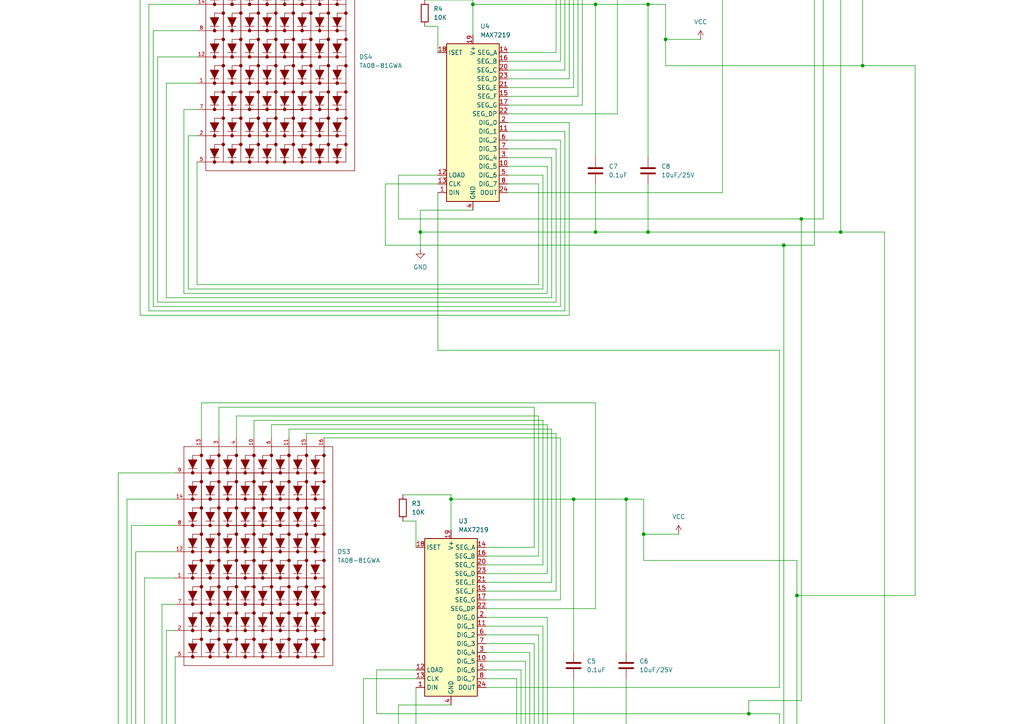
<source format=kicad_sch>
(kicad_sch (version 20250114) (generator "eeschema") (generator_version "9.0")
  (paper "A4")
  (lib_symbols
    (symbol "Connector:Conn_01x05_Pin" (pin_names (offset 1.016) (hide yes))
      (property "Reference" "J" (at 0 7.62 0))
      (property "Value" "Conn_01x05_Pin" (at 0 -7.62 0))
      (symbol "Conn_01x05_Pin_1_1"
        (pin passive line (at 5.08 5.08 180) (length 3.81) (name "Pin_1") (number "1"))
        (pin passive line (at 5.08 2.54 180) (length 3.81) (name "Pin_2") (number "2"))
        (pin passive line (at 5.08 0 180) (length 3.81) (name "Pin_3") (number "3"))
        (pin passive line (at 5.08 -2.54 180) (length 3.81) (name "Pin_4") (number "4"))
        (pin passive line (at 5.08 -5.08 180) (length 3.81) (name "Pin_5") (number "5"))
      )
    )
    (symbol "Device:C" (pin_numbers (hide yes)) (pin_names (offset 0.254))
      (property "Reference" "C" (at 0.635 2.54 0))
      (property "Value" "C" (at 0.635 -2.54 0))
      (symbol "C_1_1"
        (pin passive line (at 0 3.81 270) (length 2.794) (name "~") (number "1"))
        (pin passive line (at 0 -3.81 90) (length 2.794) (name "~") (number "2"))
      )
    )
    (symbol "Device:R" (pin_numbers (hide yes)) (pin_names (offset 0))
      (property "Reference" "R" (at 2.032 0 90))
      (property "Value" "R" (at 0 0 90))
      (symbol "R_1_1"
        (pin passive line (at 0 3.81 270) (length 1.27) (name "~") (number "1"))
        (pin passive line (at 0 -3.81 90) (length 1.27) (name "~") (number "2"))
      )
    )
    (symbol "Driver_LED:MAX7219"
      (property "Reference" "U" (at -6.35 24.13 0))
      (property "Value" "MAX7219" (at 1.27 25.4 0))
      (symbol "MAX7219_1_1"
        (pin input line (at -10.16 20.32 0) (length 2.54) (name "ISET") (number "18"))
        (pin input line (at -10.16 -15.24 0) (length 2.54) (name "LOAD") (number "12"))
        (pin input line (at -10.16 -17.78 0) (length 2.54) (name "CLK") (number "13"))
        (pin input line (at -10.16 -20.32 0) (length 2.54) (name "DIN") (number "1"))
        (pin power_in line (at 0 25.4 270) (length 2.54) (name "V+") (number "19"))
        (pin power_in line (at 0 -25.4 90) (length 2.54) (name "GND") (number "4"))
        (pin passive line (at 0 -25.4 90) (length 2.54) (hide yes) (name "GND") (number "9"))
        (pin output line (at 10.16 20.32 180) (length 2.54) (name "SEG_A") (number "14"))
        (pin output line (at 10.16 17.78 180) (length 2.54) (name "SEG_B") (number "16"))
        (pin output line (at 10.16 15.24 180) (length 2.54) (name "SEG_C") (number "20"))
        (pin output line (at 10.16 12.7 180) (length 2.54) (name "SEG_D") (number "23"))
        (pin output line (at 10.16 10.16 180) (length 2.54) (name "SEG_E") (number "21"))
        (pin output line (at 10.16 7.62 180) (length 2.54) (name "SEG_F") (number "15"))
        (pin output line (at 10.16 5.08 180) (length 2.54) (name "SEG_G") (number "17"))
        (pin output line (at 10.16 2.54 180) (length 2.54) (name "SEG_DP") (number "22"))
        (pin output line (at 10.16 0 180) (length 2.54) (name "DIG_0") (number "2"))
        (pin output line (at 10.16 -2.54 180) (length 2.54) (name "DIG_1") (number "11"))
        (pin output line (at 10.16 -5.08 180) (length 2.54) (name "DIG_2") (number "6"))
        (pin output line (at 10.16 -7.62 180) (length 2.54) (name "DIG_3") (number "7"))
        (pin output line (at 10.16 -10.16 180) (length 2.54) (name "DIG_4") (number "3"))
        (pin output line (at 10.16 -12.7 180) (length 2.54) (name "DIG_5") (number "10"))
        (pin output line (at 10.16 -15.24 180) (length 2.54) (name "DIG_6") (number "5"))
        (pin output line (at 10.16 -17.78 180) (length 2.54) (name "DIG_7") (number "8"))
        (pin output line (at 10.16 -20.32 180) (length 2.54) (name "DOUT") (number "24"))
      )
    )
    (symbol "TA08-81GWA:TA08-81GWA" (pin_names (offset 1.016))
      (property "Reference" "DS" (at -20.32 38.1 0))
      (property "Value" "TA08-81GWA" (at -20.32 -38.1 0))
      (symbol "TA08-81GWA_0_0"
        (pin passive line (at -22.86 22.86 0) (length 2.54) (name "~") (number "9"))
        (pin passive line (at -22.86 15.24 0) (length 2.54) (name "~") (number "14"))
        (pin passive line (at -22.86 7.62 0) (length 2.54) (name "~") (number "8"))
        (pin passive line (at -22.86 0 0) (length 2.54) (name "~") (number "12"))
        (pin passive line (at -22.86 -7.62 0) (length 2.54) (name "~") (number "1"))
        (pin passive line (at -22.86 -15.24 0) (length 2.54) (name "~") (number "7"))
        (pin passive line (at -22.86 -22.86 0) (length 2.54) (name "~") (number "2"))
        (pin passive line (at -22.86 -30.48 0) (length 2.54) (name "~") (number "5"))
        (pin passive line (at -15.24 33.02 270) (length 2.54) (name "~") (number "13"))
        (pin passive line (at -10.16 33.02 270) (length 2.54) (name "~") (number "3"))
        (pin passive line (at -5.08 33.02 270) (length 2.54) (name "~") (number "4"))
        (pin passive line (at 0 33.02 270) (length 2.54) (name "~") (number "10"))
        (pin passive line (at 5.08 33.02 270) (length 2.54) (name "~") (number "6"))
        (pin passive line (at 10.16 33.02 270) (length 2.54) (name "~") (number "11"))
        (pin passive line (at 15.24 33.02 270) (length 2.54) (name "~") (number "15"))
        (pin passive line (at 20.32 33.02 270) (length 2.54) (name "~") (number "16"))
      )
    )
    (symbol "power:GND" (power) (pin_numbers (hide yes)) (pin_names (offset 0) (hide yes))
      (property "Value" "GND" (at 0 -3.81 0))
      (symbol "GND_1_1"
        (pin power_in line (at 0 0 270) (length 0) (name "~") (number "1"))
      )
    )
    (symbol "power:VCC" (power) (pin_numbers (hide yes)) (pin_names (offset 0) (hide yes))
      (property "Value" "VCC" (at 0 3.556 0))
      (symbol "VCC_1_1"
        (pin power_in line (at 0 0 90) (length 0) (name "~") (number "1"))
      )
    )
  )
  (junction (at 121.92 67.31))
  (junction (at -80.01 227.33))
  (junction (at -38.1 -106.68))
  (junction (at 181.61 425.45))
  (junction (at 210.82 485.14))
  (junction (at -73.66 309.88))
  (junction (at -44.45 -184.15))
  (junction (at 166.37 210.82))
  (junction (at 172.72 1.27))
  (junction (at -33.02 96.52))
  (junction (at -58.42 -50.8))
  (junction (at -78.74 506.73))
  (junction (at 201.93 477.52))
  (junction (at 180.34 -66.04))
  (junction (at 186.69 -201.93))
  (junction (at -58.42 -116.84))
  (junction (at -144.78 506.73))
  (junction (at -93.98 365.76))
  (junction (at 137.16 1.27))
  (junction (at 144.78 -132.08))
  (junction (at 6.35 -232.41))
  (junction (at 195.58 -66.04))
  (junction (at -72.39 30.48))
  (junction (at 232.41 -198.12))
  (junction (at -11.43 365.76))
  (junction (at -129.54 440.69))
  (junction (at -64.77 227.33))
  (junction (at -21.59 -99.06))
  (junction (at -59.69 171.45))
  (junction (at -139.7 354.33))
  (junction (at 171.45 288.29))
  (junction (at 161.29 481.33))
  (junction (at 180.34 -132.08))
  (junction (at -78.74 440.69))
  (junction (at -129.54 299.72))
  (junction (at -93.98 -116.84))
  (junction (at 20.32 -161.29))
  (junction (at 229.87 210.82))
  (junction (at -24.13 -240.03))
  (junction (at 171.45 354.33))
  (junction (at -11.43 226.06))
  (junction (at -20.32 92.71))
  (junction (at 231.14 172.72))
  (junction (at 243.84 -66.04))
  (junction (at 205.74 358.14))
  (junction (at 105.41 354.33))
  (junction (at 187.96 67.31))
  (junction (at -43.18 -116.84))
  (junction (at 195.58 -132.08))
  (junction (at -55.88 369.57))
  (junction (at 172.72 67.31))
  (junction (at 220.98 214.63))
  (junction (at 250.19 19.05))
  (junction (at 36.83 -167.64))
  (junction (at 217.17 207.01))
  (junction (at 220.98 433.07))
  (junction (at 201.93 -267.97))
  (junction (at 186.69 -267.97))
  (junction (at 24.13 -165.1))
  (junction (at 243.84 67.31))
  (junction (at 135.89 -201.93))
  (junction (at -44.45 -250.19))
  (junction (at -25.4 100.33))
  (junction (at -2.54 317.5))
  (junction (at 193.04 11.43))
  (junction (at -115.57 161.29))
  (junction (at 186.69 154.94))
  (junction (at 151.13 -267.97))
  (junction (at -144.78 365.76))
  (junction (at 238.76 -69.85))
  (junction (at 120.65 288.29))
  (junction (at -93.98 440.69))
  (junction (at 156.21 354.33))
  (junction (at 130.81 144.78))
  (junction (at 220.98 307.34))
  (junction (at -44.45 361.95))
  (junction (at -52.07 40.64))
  (junction (at 200.66 -121.92))
  (junction (at -93.98 299.72))
  (junction (at -78.74 299.72))
  (junction (at 156.21 288.29))
  (junction (at 219.71 481.33))
  (junction (at 224.79 454.66))
  (junction (at -27.94 231.14))
  (junction (at -73.66 450.85))
  (junction (at 176.53 298.45))
  (junction (at 250.19 -88.9))
  (junction (at 201.93 -201.93))
  (junction (at 236.22 -62.23))
  (junction (at -93.98 506.73))
  (junction (at -29.21 -250.19))
  (junction (at -130.81 227.33))
  (junction (at 129.54 -66.04))
  (junction (at 187.96 1.27))
  (junction (at -64.77 161.29))
  (junction (at -80.01 -250.19))
  (junction (at 181.61 210.82))
  (junction (at -95.25 -184.15))
  (junction (at 207.01 -257.81))
  (junction (at 227.33 71.12))
  (junction (at -123.19 96.52))
  (junction (at 115.57 210.82))
  (junction (at -43.18 -50.8))
  (junction (at -80.01 161.29))
  (junction (at 110.49 481.33))
  (junction (at -57.15 30.48))
  (junction (at -143.51 439.42))
  (junction (at -139.7 495.3))
  (junction (at -143.51 447.04))
  (junction (at 166.37 144.78))
  (junction (at -21.59 48.26))
  (junction (at 176.53 481.33))
  (junction (at -29.21 -184.15))
  (junction (at 232.41 63.5))
  (junction (at 176.53 415.29))
  (junction (at -34.29 223.52))
  (junction (at 250.19 -167.64))
  (junction (at -5.08 -46.99))
  (junction (at -78.74 365.76))
  (junction (at 181.61 144.78))
  (junction (at -2.54 179.07))
  (junction (at 125.73 415.29))
  (junction (at 161.29 415.29))
  (junction (at -12.7 -54.61))
  (junction (at 269.24 -172.72))
  (junction (at 212.09 350.52))
  (junction (at -33.02 -50.8))
  (junction (at 224.79 -205.74))
  (junction (at -109.22 -50.8))
  (junction (at -107.95 30.48))
  (junction (at -57.15 96.52))
  (junction (at -72.39 96.52))
  (wire (pts (xy 207.01 -250.19) (xy 269.24 -250.19)))
  (wire (pts (xy -73.66 450.85) (xy -63.5 450.85)))
  (wire (pts (xy 217.17 203.2) (xy 217.17 207.01)))
  (wire (pts (xy -127 -270.51) (xy -50.8 -270.51)))
  (wire (pts (xy 83.82 397.51) (xy 83.82 396.24)))
  (wire (pts (xy -80.01 227.33) (xy -130.81 227.33)))
  (wire (pts (xy -220.98 455.93) (xy -220.98 527.05)))
  (wire (pts (xy 176.53 -251.46) (xy 161.29 -251.46)))
  (wire (pts (xy 45.72 461.01) (xy 45.72 496.57)))
  (wire (pts (xy -118.11 44.45) (xy -118.11 36.83)))
  (wire (pts (xy -43.18 -64.77) (xy -43.18 -50.8)))
  (wire (pts (xy 144.78 -72.39) (xy 129.54 -72.39)))
  (wire (pts (xy 64.77 -26.67) (xy 179.07 -26.67)))
  (wire (pts (xy 243.84 67.31) (xy 256.54 67.31)))
  (wire (pts (xy -97.79 62.23) (xy -66.04 62.23)))
  (wire (pts (xy -204.47 22.86) (xy -204.47 120.65)))
  (wire (pts (xy 154.94 -73.66) (xy 154.94 -77.47)))
  (wire (pts (xy 156.21 396.24) (xy 156.21 441.96)))
  (wire (pts (xy 181.61 210.82) (xy 166.37 210.82)))
  (wire (pts (xy -12.7 92.71) (xy -20.32 92.71)))
  (wire (pts (xy 166.37 144.78) (xy 130.81 144.78)))
  (wire (pts (xy 50.8 -43.18) (xy 171.45 -43.18)))
  (wire (pts (xy 78.74 123.19) (xy 158.75 123.19)))
  (wire (pts (xy -190.5 68.58) (xy -190.5 113.03)))
  (wire (pts (xy -199.39 45.72) (xy -199.39 116.84)))
  (wire (pts (xy -165.1 7.62) (xy -81.28 7.62)))
  (wire (pts (xy 153.67 505.46) (xy 153.67 449.58)))
  (wire (pts (xy -143.51 439.42) (xy -143.51 405.13)))
  (wire (pts (xy 158.75 85.09) (xy 158.75 48.26)))
  (wire (pts (xy 129.54 -205.74) (xy 129.54 -218.44)))
  (wire (pts (xy -121.92 -269.24) (xy -49.53 -269.24)))
  (wire (pts (xy 69.85 -25.4) (xy 161.29 -25.4)))
  (wire (pts (xy -38.1 -116.84) (xy -38.1 -106.68)))
  (wire (pts (xy 134.62 -31.75) (xy 209.55 -31.75)))
  (wire (pts (xy -144.78 365.76) (xy -144.78 370.84)))
  (wire (pts (xy 186.69 154.94) (xy 186.69 162.56)))
  (wire (pts (xy 26.67 288.29) (xy 26.67 377.19)))
  (wire (pts (xy 207.01 -267.97) (xy 207.01 -257.81)))
  (wire (pts (xy -154.94 351.79) (xy -154.94 369.57)))
  (wire (pts (xy 69.85 -16.51) (xy 69.85 -25.4)))
  (wire (pts (xy -151.13 -139.7) (xy -67.31 -139.7)))
  (wire (pts (xy 219.71 481.33) (xy 176.53 481.33)))
  (wire (pts (xy -80.01 161.29) (xy -80.01 205.74)))
  (wire (pts (xy 144.78 261.62) (xy 144.78 302.26)))
  (wire (pts (xy 148.59 459.74) (xy 135.89 459.74)))
  (wire (pts (xy -127 -267.97) (xy -127 -270.51)))
  (wire (pts (xy -226.06 433.07) (xy -226.06 530.86)))
  (wire (pts (xy 156.21 340.36) (xy 156.21 354.33)))
  (wire (pts (xy -209.55 478.79) (xy -212.09 478.79)))
  (wire (pts (xy 147.32 33.02) (xy 179.07 33.02)))
  (wire (pts (xy -163.83 -166.37) (xy -58.42 -166.37)))
  (wire (pts (xy 40.64 91.44) (xy 165.1 91.44)))
  (wire (pts (xy 157.48 233.68) (xy 157.48 181.61)))
  (wire (pts (xy -209.55 337.82) (xy -212.09 337.82)))
  (wire (pts (xy 152.4 317.5) (xy 130.81 317.5)))
  (wire (pts (xy 36.83 438.15) (xy 36.83 500.38)))
  (wire (pts (xy -54.61 -210.82) (xy -69.85 -210.82)))
  (wire (pts (xy 161.29 481.33) (xy 110.49 481.33)))
  (wire (pts (xy -105.41 273.05) (xy -105.41 313.69)))
  (wire (pts (xy -58.42 -64.77) (xy -58.42 -50.8)))
  (wire (pts (xy 15.24 -187.96) (xy -101.6 -187.96)))
  (wire (pts (xy -59.69 171.45) (xy -59.69 179.07)))
  (wire (pts (xy 110.49 481.33) (xy 110.49 486.41)))
  (wire (pts (xy 181.61 196.85) (xy 181.61 210.82)))
  (wire (pts (xy 36.83 372.11) (xy 142.24 372.11)))
  (wire (pts (xy -218.44 322.58) (xy -218.44 384.81)))
  (wire (pts (xy -218.44 384.81) (xy -106.68 384.81)))
  (wire (pts (xy -129.54 500.38) (xy -144.78 500.38)))
  (wire (pts (xy -115.57 160.02) (xy -115.57 161.29)))
  (wire (pts (xy 73.66 267.97) (xy 149.86 267.97)))
  (wire (pts (xy -93.98 492.76) (xy -93.98 506.73)))
  (wire (pts (xy 43.18 90.17) (xy 163.83 90.17)))
  (wire (pts (xy 171.45 288.29) (xy 156.21 288.29)))
  (wire (pts (xy -34.29 223.52) (xy -34.29 361.95)))
  (wire (pts (xy 53.34 -45.72) (xy 168.91 -45.72)))
  (wire (pts (xy 19.05 -184.15) (xy 19.05 -167.64)))
  (wire (pts (xy -69.85 -143.51) (xy -69.85 -102.87)))
  (wire (pts (xy 215.9 455.93) (xy 222.25 455.93)))
  (wire (pts (xy -64.77 213.36) (xy -64.77 227.33)))
  (wire (pts (xy -196.85 422.91) (xy -196.85 414.02)))
  (wire (pts (xy -218.44 525.78) (xy -106.68 525.78)))
  (wire (pts (xy -137.16 223.52) (xy -137.16 210.82)))
  (wire (pts (xy -135.89 -134.62) (xy -135.89 -135.89)))
  (wire (pts (xy -187.96 133.35) (xy -73.66 133.35)))
  (wire (pts (xy -139.7 495.3) (xy -143.51 495.3)))
  (wire (pts (xy -176.53 -34.29) (xy -73.66 -34.29)))
  (wire (pts (xy 220.98 458.47) (xy 220.98 477.52)))
  (wire (pts (xy -113.03 405.13) (xy -113.03 354.33)))
  (wire (pts (xy 160.02 168.91) (xy 140.97 168.91)))
  (wire (pts (xy 195.58 -80.01) (xy 195.58 -66.04)))
  (wire (pts (xy -185.42 -101.6) (xy -185.42 -30.48)))
  (wire (pts (xy -105.41 -198.12) (xy -105.41 -180.34)))
  (wire (pts (xy 220.98 477.52) (xy 201.93 477.52)))
  (wire (pts (xy 48.26 -41.91) (xy 172.72 -41.91)))
  (wire (pts (xy 181.61 415.29) (xy 181.61 425.45)))
  (wire (pts (xy 148.59 500.38) (xy 148.59 459.74)))
  (wire (pts (xy -151.13 361.95) (xy -151.13 349.25)))
  (wire (pts (xy -209.55 521.97) (xy -110.49 521.97)))
  (wire (pts (xy -53.34 -273.05) (xy -53.34 -231.14)))
  (wire (pts (xy 193.04 1.27) (xy 187.96 1.27)))
  (wire (pts (xy 77.47 -158.75) (xy 168.91 -158.75)))
  (wire (pts (xy 181.61 -287.02) (xy 181.61 -241.3)))
  (wire (pts (xy 166.37 25.4) (xy 147.32 25.4)))
  (wire (pts (xy -93.98 299.72) (xy -93.98 344.17)))
  (wire (pts (xy -177.8 137.16) (xy -90.17 137.16)))
  (wire (pts (xy 151.13 314.96) (xy 130.81 314.96)))
  (wire (pts (xy -137.16 210.82) (xy -125.73 210.82)))
  (wire (pts (xy 179.07 -233.68) (xy 161.29 -233.68)))
  (wire (pts (xy 153.67 449.58) (xy 135.89 449.58)))
  (wire (pts (xy -36.83 -153.67) (xy -36.83 -195.58)))
  (wire (pts (xy 153.67 229.87) (xy 153.67 189.23)))
  (wire (pts (xy 140.97 337.82) (xy 130.81 337.82)))
  (wire (pts (xy 175.26 -105.41) (xy 154.94 -105.41)))
  (wire (pts (xy 40.64 334.01) (xy 40.64 369.57)))
  (wire (pts (xy 175.26 -254) (xy 161.29 -254)))
  (wire (pts (xy -91.44 175.26) (xy -105.41 175.26)))
  (wire (pts (xy -144.78 12.7) (xy -76.2 12.7)))
  (wire (pts (xy -2.54 179.07) (xy -1.27 179.07)))
  (wire (pts (xy 153.67 436.88) (xy 135.89 436.88)))
  (wire (pts (xy 172.72 -110.49) (xy 154.94 -110.49)))
  (wire (pts (xy -39.37 414.02) (xy -55.88 414.02)))
  (wire (pts (xy -176.53 422.91) (xy -176.53 420.37)))
  (wire (pts (xy 215.9 450.85) (xy 226.06 450.85)))
  (wire (pts (xy -100.33 279.4) (xy -100.33 323.85)))
  (wire (pts (xy -160.02 -204.47) (xy -160.02 -168.91)))
  (wire (pts (xy 24.13 280.67) (xy 24.13 378.46)))
  (wire (pts (xy 142.24 469.9) (xy 142.24 382.27)))
  (wire (pts (xy -101.6 -200.66) (xy -90.17 -200.66)))
  (wire (pts (xy -157.48 143.51) (xy -157.48 142.24)))
  (wire (pts (xy 27.94 375.92) (xy 146.05 375.92)))
  (wire (pts (xy -151.13 502.92) (xy -151.13 490.22)))
  (wire (pts (xy 250.19 -139.7) (xy 245.11 -139.7)))
  (wire (pts (xy -66.04 -138.43) (xy -66.04 -95.25)))
  (wire (pts (xy -146.05 -138.43) (xy -66.04 -138.43)))
  (wire (pts (xy -171.45 280.67) (xy -99.06 280.67)))
  (wire (pts (xy -119.38 472.44) (xy -87.63 472.44)))
  (wire (pts (xy -152.4 143.51) (xy -83.82 143.51)))
  (wire (pts (xy -99.06 215.9) (xy -105.41 215.9)))
  (wire (pts (xy -73.66 -34.29) (xy -73.66 -67.31)))
  (wire (pts (xy -223.52 440.69) (xy -223.52 529.59)))
  (wire (pts (xy -5.08 -46.99) (xy 20.32 -46.99)))
  (wire (pts (xy 64.77 -101.6) (xy 60.96 -101.6)))
  (wire (pts (xy -177.8 143.51) (xy -177.8 137.16)))
  (wire (pts (xy 111.76 414.02) (xy 125.73 414.02)))
  (wire (pts (xy 152.4 434.34) (xy 135.89 434.34)))
  (wire (pts (xy 193.04 1.27) (xy 193.04 11.43)))
  (wire (pts (xy 166.37 144.78) (xy 166.37 189.23)))
  (wire (pts (xy -133.35 82.55) (xy -133.35 100.33)))
  (wire (pts (xy 173.99 -107.95) (xy 154.94 -107.95)))
  (wire (pts (xy 173.99 -182.88) (xy 173.99 -223.52)))
  (wire (pts (xy -133.35 82.55) (xy -118.11 82.55)))
  (wire (pts (xy -43.18 -116.84) (xy -58.42 -116.84)))
  (wire (pts (xy 19.05 -167.64) (xy 36.83 -167.64)))
  (wire (pts (xy -101.6 474.98) (xy -119.38 474.98)))
  (wire (pts (xy 115.57 210.82) (xy 115.57 215.9)))
  (wire (pts (xy -8.89 96.52) (xy -33.02 96.52)))
  (wire (pts (xy 99.06 337.82) (xy 110.49 337.82)))
  (wire (pts (xy 73.66 127) (xy 73.66 121.92)))
  (wire (pts (xy 172.72 1.27) (xy 172.72 45.72)))
  (wire (pts (xy 165.1 -20.32) (xy 165.1 22.86)))
  (wire (pts (xy 162.56 260.35) (xy 162.56 320.04)))
  (wire (pts (xy -73.66 440.69) (xy -73.66 450.85)))
  (wire (pts (xy -154.94 492.76) (xy -154.94 510.54)))
  (wire (pts (xy 142.24 382.27) (xy 110.49 382.27)))
  (wire (pts (xy 166.37 -48.26) (xy 166.37 -85.09)))
  (wire (pts (xy 177.8 -179.07) (xy 177.8 -231.14)))
  (wire (pts (xy 77.47 -149.86) (xy 77.47 -158.75)))
  (wire (pts (xy -191.77 281.94) (xy -191.77 275.59)))
  (wire (pts (xy -76.2 12.7) (xy -76.2 59.69)))
  (wire (pts (xy -190.5 -124.46) (xy -190.5 -26.67)))
  (wire (pts (xy -74.93 -35.56) (xy -74.93 -64.77)))
  (wire (pts (xy 45.72 430.53) (xy 34.29 430.53)))
  (wire (pts (xy -143.51 495.3) (xy -143.51 447.04)))
  (wire (pts (xy 104.14 -288.29) (xy 180.34 -288.29)))
  (wire (pts (xy -195.58 207.01) (xy -195.58 242.57)))
  (wire (pts (xy 151.13 454.66) (xy 135.89 454.66)))
  (wire (pts (xy 64.77 -116.84) (xy 53.34 -116.84)))
  (wire (pts (xy 146.05 264.16) (xy 146.05 304.8)))
  (wire (pts (xy 232.41 -161.29) (xy 20.32 -161.29)))
  (wire (pts (xy -199.39 245.11) (xy -93.98 245.11)))
  (wire (pts (xy -110.49 381) (xy -110.49 351.79)))
  (wire (pts (xy 201.93 477.52) (xy 104.14 477.52)))
  (wire (pts (xy 40.64 -6.35) (xy 40.64 91.44)))
  (wire (pts (xy 180.34 -132.08) (xy 144.78 -132.08)))
  (wire (pts (xy -208.28 168.91) (xy -208.28 248.92)))
  (wire (pts (xy 68.58 266.7) (xy 148.59 266.7)))
  (wire (pts (xy -72.39 82.55) (xy -72.39 96.52)))
  (wire (pts (xy -212.09 523.24) (xy -109.22 523.24)))
  (wire (pts (xy -125.73 175.26) (xy -125.73 167.64)))
  (wire (pts (xy -104.14 528.32) (xy -104.14 480.06)))
  (wire (pts (xy -12.7 -54.61) (xy 24.13 -54.61)))
  (wire (pts (xy -82.55 6.35) (xy -82.55 46.99)))
  (wire (pts (xy 163.83 38.1) (xy 147.32 38.1)))
  (wire (pts (xy 152.4 270.51) (xy 152.4 317.5)))
  (wire (pts (xy -133.35 100.33) (xy -25.4 100.33)))
  (wire (pts (xy 64.77 -86.36) (xy 64.77 -50.8)))
  (wire (pts (xy -71.12 -31.75) (xy -71.12 -72.39)))
  (wire (pts (xy 62.23 -182.88) (xy 173.99 -182.88)))
  (wire (pts (xy -57.15 96.52) (xy -72.39 96.52)))
  (wire (pts (xy -161.29 -143.51) (xy -69.85 -143.51)))
  (wire (pts (xy -55.88 -236.22) (xy -69.85 -236.22)))
  (wire (pts (xy 171.45 -113.03) (xy 154.94 -113.03)))
  (wire (pts (xy -196.85 414.02) (xy -105.41 414.02)))
  (wire (pts (xy 140.97 -143.51) (xy 220.98 -143.51)))
  (wire (pts (xy 19.05 -184.15) (xy -29.21 -184.15)))
  (wire (pts (xy -59.69 171.45) (xy -49.53 171.45)))
  (wire (pts (xy 162.56 88.9) (xy 162.56 40.64)))
  (wire (pts (xy -109.22 -57.15) (xy -109.22 -50.8)))
  (wire (pts (xy -106.68 344.17) (xy -119.38 344.17)))
  (wire (pts (xy 170.18 -115.57) (xy 154.94 -115.57)))
  (wire (pts (xy -187.96 -116.84) (xy -187.96 -27.94)))
  (wire (pts (xy -160.02 -234.95) (xy -171.45 -234.95)))
  (wire (pts (xy 181.61 425.45) (xy 181.61 433.07)))
  (wire (pts (xy 250.19 19.05) (xy 265.43 19.05)))
  (wire (pts (xy 176.53 -228.6) (xy 161.29 -228.6)))
  (wire (pts (xy -101.6 -187.96) (xy -101.6 -200.66)))
  (wire (pts (xy -88.9 82.55) (xy -97.79 82.55)))
  (wire (pts (xy -24.13 -240.03) (xy -13.97 -240.03)))
  (wire (pts (xy -59.69 161.29) (xy -64.77 161.29)))
  (wire (pts (xy 60.96 -101.6) (xy 60.96 -48.26)))
  (wire (pts (xy 161.29 415.29) (xy 125.73 415.29)))
  (wire (pts (xy 152.4 392.43) (xy 152.4 434.34)))
  (wire (pts (xy -201.93 422.91) (xy -201.93 412.75)))
  (wire (pts (xy -73.66 458.47) (xy -2.54 458.47)))
  (wire (pts (xy 181.61 415.29) (xy 176.53 415.29)))
  (wire (pts (xy -63.5 -90.17) (xy -83.82 -90.17)))
  (wire (pts (xy -36.83 -195.58) (xy -69.85 -195.58)))
  (wire (pts (xy 151.13 269.24) (xy 151.13 314.96)))
  (wire (pts (xy -87.63 412.75) (xy -87.63 472.44)))
  (wire (pts (xy 36.83 -167.64) (xy 250.19 -167.64)))
  (wire (pts (xy 83.82 396.24) (xy 156.21 396.24)))
  (wire (pts (xy 41.91 445.77) (xy 41.91 499.11)))
  (wire (pts (xy 63.5 391.16) (xy 151.13 391.16)))
  (wire (pts (xy 55.88 -109.22) (xy 55.88 -46.99)))
  (wire (pts (xy -180.34 2.54) (xy -66.04 2.54)))
  (wire (pts (xy -73.66 440.69) (xy -78.74 440.69)))
  (wire (pts (xy -139.7 306.07) (xy -143.51 306.07)))
  (wire (pts (xy 48.26 -139.7) (xy 48.26 -41.91)))
  (wire (pts (xy 137.16 60.96) (xy 121.92 60.96)))
  (wire (pts (xy 195.58 -132.08) (xy 195.58 -87.63)))
  (wire (pts (xy -72.39 30.48) (xy -107.95 30.48)))
  (wire (pts (xy -173.99 -101.6) (xy -185.42 -101.6)))
  (wire (pts (xy 57.15 -267.97) (xy 57.15 -179.07)))
  (wire (pts (xy 167.64 -17.78) (xy 167.64 27.94)))
  (wire (pts (xy 160.02 45.72) (xy 147.32 45.72)))
  (wire (pts (xy -209.55 345.44) (xy -209.55 381)))
  (wire (pts (xy -43.18 -116.84) (xy -43.18 -72.39)))
  (wire (pts (xy -118.11 85.09) (xy -127 85.09)))
  (wire (pts (xy 73.66 121.92) (xy 157.48 121.92)))
  (wire (pts (xy 123.19 -69.85) (xy 123.19 -82.55)))
  (wire (pts (xy 149.86 388.62) (xy 149.86 429.26)))
  (wire (pts (xy 63.5 118.11) (xy 154.94 118.11)))
  (wire (pts (xy 73.66 393.7) (xy 153.67 393.7)))
  (wire (pts (xy -100.33 420.37) (xy -100.33 464.82)))
  (wire (pts (xy 95.25 -16.51) (xy 95.25 -17.78)))
  (wire (pts (xy 153.67 189.23) (xy 140.97 189.23)))
  (wire (pts (xy 210.82 485.14) (xy 100.33 485.14)))
  (wire (pts (xy 227.33 71.12) (xy 111.76 71.12)))
  (wire (pts (xy 238.76 -69.85) (xy 123.19 -69.85)))
  (wire (pts (xy 134.62 -77.47) (xy 134.62 -31.75)))
  (wire (pts (xy 105.41 354.33) (xy 105.41 359.41)))
  (wire (pts (xy -209.55 463.55) (xy -218.44 463.55)))
  (wire (pts (xy 41.91 499.11) (xy 147.32 499.11)))
  (wire (pts (xy -95.25 -190.5) (xy -95.25 -184.15)))
  (wire (pts (xy -109.22 523.24) (xy -109.22 490.22)))
  (wire (pts (xy 99.06 350.52) (xy 212.09 350.52)))
  (wire (pts (xy -209.55 299.72) (xy -223.52 299.72)))
  (wire (pts (xy 151.13 391.16) (xy 151.13 431.8)))
  (wire (pts (xy 45.72 453.39) (xy 43.18 453.39)))
  (wire (pts (xy 63.5 127) (xy 63.5 118.11)))
  (wire (pts (xy 149.86 429.26) (xy 135.89 429.26)))
  (wire (pts (xy -93.98 351.79) (xy -93.98 365.76)))
  (wire (pts (xy -129.54 440.69) (xy -129.54 449.58)))
  (wire (pts (xy 72.39 -160.02) (xy 186.69 -160.02)))
  (wire (pts (xy 219.71 354.33) (xy 171.45 354.33)))
  (wire (pts (xy 167.64 387.35) (xy 167.64 447.04)))
  (wire (pts (xy 125.73 415.29) (xy 125.73 424.18)))
  (wire (pts (xy -83.82 116.84) (xy -83.82 72.39)))
  (wire (pts (xy 148.59 378.46) (xy 148.59 322.58)))
  (wire (pts (xy -101.6 419.1) (xy -101.6 462.28)))
  (wire (pts (xy 147.32 462.28) (xy 135.89 462.28)))
  (wire (pts (xy -104.14 -102.87) (xy -104.14 -110.49)))
  (wire (pts (xy 31.75 415.29) (xy 31.75 504.19)))
  (wire (pts (xy -182.88 -31.75) (xy -71.12 -31.75)))
  (wire (pts (xy -50.8 -270.51) (xy -50.8 -226.06)))
  (wire (pts (xy -20.32 223.52) (xy -34.29 223.52)))
  (wire (pts (xy -39.37 510.54) (xy -39.37 414.02)))
  (wire (pts (xy -139.7 447.04) (xy -143.51 447.04)))
  (wire (pts (xy 149.86 312.42) (xy 130.81 312.42)))
  (wire (pts (xy 114.3 -285.75) (xy 182.88 -285.75)))
  (wire (pts (xy 57.15 82.55) (xy 156.21 82.55)))
  (wire (pts (xy 48.26 182.88) (xy 48.26 227.33)))
  (wire (pts (xy -209.55 448.31) (xy -222.25 448.31)))
  (wire (pts (xy 170.18 -215.9) (xy 161.29 -215.9)))
  (wire (pts (xy -146.05 -134.62) (xy -146.05 -138.43)))
  (wire (pts (xy -107.95 487.68) (xy -119.38 487.68)))
  (wire (pts (xy 209.55 -31.75) (xy 209.55 55.88)))
  (wire (pts (xy -144.78 500.38) (xy -144.78 506.73)))
  (wire (pts (xy -91.44 247.65) (xy -91.44 203.2)))
  (wire (pts (xy 238.76 -69.85) (xy 238.76 63.5)))
  (wire (pts (xy 87.63 -154.94) (xy 171.45 -154.94)))
  (wire (pts (xy -182.88 143.51) (xy -182.88 134.62)))
  (wire (pts (xy 31.75 373.38) (xy 143.51 373.38)))
  (wire (pts (xy -73.66 317.5) (xy -2.54 317.5)))
  (wire (pts (xy 27.94 295.91) (xy 27.94 375.92)))
  (wire (pts (xy -90.17 177.8) (xy -105.41 177.8)))
  (wire (pts (xy 62.23 -245.11) (xy 62.23 -182.88)))
  (wire (pts (xy -101.6 334.01) (xy -119.38 334.01)))
  (wire (pts (xy 57.15 -179.07) (xy 177.8 -179.07)))
  (wire (pts (xy -209.55 486.41) (xy -209.55 521.97)))
  (wire (pts (xy 130.81 -133.35) (xy 144.78 -133.35)))
  (wire (pts (xy -87.63 195.58) (xy -105.41 195.58)))
  (wire (pts (xy -101.6 321.31) (xy -119.38 321.31)))
  (wire (pts (xy -34.29 402.59) (xy -44.45 402.59)))
  (wire (pts (xy 87.63 -149.86) (xy 87.63 -154.94)))
  (wire (pts (xy -93.98 -118.11) (xy -93.98 -116.84)))
  (wire (pts (xy -144.78 354.33) (xy -144.78 261.62)))
  (wire (pts (xy 207.01 -267.97) (xy 201.93 -267.97)))
  (wire (pts (xy -160.02 -212.09) (xy -162.56 -212.09)))
  (wire (pts (xy -39.37 510.54) (xy -154.94 510.54)))
  (wire (pts (xy 212.09 350.52) (xy 215.9 350.52)))
  (wire (pts (xy 250.19 -114.3) (xy 250.19 -88.9)))
  (wire (pts (xy 149.86 457.2) (xy 135.89 457.2)))
  (wire (pts (xy -195.58 161.29) (xy -209.55 161.29)))
  (wire (pts (xy -83.82 -62.23) (xy -80.01 -62.23)))
  (wire (pts (xy -57.15 30.48) (xy -72.39 30.48)))
  (wire (pts (xy -181.61 281.94) (xy -181.61 278.13)))
  (wire (pts (xy -173.99 -93.98) (xy -182.88 -93.98)))
  (wire (pts (xy -102.87 417.83) (xy -102.87 459.74)))
  (wire (pts (xy 95.25 -17.78) (xy 167.64 -17.78)))
  (wire (pts (xy -222.25 528.32) (xy -104.14 528.32)))
  (wire (pts (xy 160.02 124.46) (xy 160.02 168.91)))
  (wire (pts (xy 152.4 228.6) (xy 152.4 191.77)))
  (wire (pts (xy 149.86 196.85) (xy 140.97 196.85)))
  (wire (pts (xy 182.88 -238.76) (xy 161.29 -238.76)))
  (wire (pts (xy -200.66 38.1) (xy -200.66 118.11)))
  (wire (pts (xy -80.01 -250.19) (xy -80.01 -241.3)))
  (wire (pts (xy -160.02 12.7) (xy -160.02 8.89)))
  (wire (pts (xy -180.34 12.7) (xy -180.34 2.54)))
  (wire (pts (xy -69.85 -102.87) (xy -83.82 -102.87)))
  (wire (pts (xy -64.77 161.29) (xy -64.77 205.74)))
  (wire (pts (xy 10.16 -161.29) (xy 10.16 -180.34)))
  (wire (pts (xy 158.75 48.26) (xy 147.32 48.26)))
  (wire (pts (xy 186.69 154.94) (xy 196.85 154.94)))
  (wire (pts (xy 161.29 15.24) (xy 147.32 15.24)))
  (wire (pts (xy 137.16 0) (xy 137.16 1.27)))
  (wire (pts (xy -88.9 111.76) (xy -88.9 82.55)))
  (wire (pts (xy 175.26 -151.13) (xy 175.26 -105.41)))
  (wire (pts (xy -58.42 -166.37) (xy -58.42 -203.2)))
  (wire (pts (xy -101.6 462.28) (xy -119.38 462.28)))
  (wire (pts (xy 74.93 -22.86) (xy 162.56 -22.86)))
  (wire (pts (xy 222.25 478.79) (xy 115.57 478.79)))
  (wire (pts (xy -38.1 -116.84) (xy -43.18 -116.84)))
  (wire (pts (xy -87.63 80.01) (xy -97.79 80.01)))
  (wire (pts (xy -207.01 176.53) (xy -207.01 247.65)))
  (wire (pts (xy 176.53 298.45) (xy 186.69 298.45)))
  (wire (pts (xy -181.61 422.91) (xy -181.61 419.1)))
  (wire (pts (xy 97.79 -149.86) (xy 97.79 -152.4)))
  (wire (pts (xy 265.43 19.05) (xy 265.43 172.72)))
  (wire (pts (xy 116.84 143.51) (xy 130.81 143.51)))
  (wire (pts (xy -77.47 11.43) (xy -77.47 57.15)))
  (wire (pts (xy 240.03 -205.74) (xy 224.79 -205.74)))
  (wire (pts (xy 105.41 214.63) (xy 220.98 214.63)))
  (wire (pts (xy -90.17 -171.45) (xy 1.27 -171.45)))
  (wire (pts (xy 58.42 264.16) (xy 146.05 264.16)))
  (wire (pts (xy -78.74 506.73) (xy -93.98 506.73)))
  (wire (pts (xy 163.83 -50.8) (xy 163.83 -80.01)))
  (wire (pts (xy 64.77 -109.22) (xy 55.88 -109.22)))
  (wire (pts (xy -58.42 -203.2) (xy -69.85 -203.2)))
  (wire (pts (xy 226.06 289.56) (xy 212.09 289.56)))
  (wire (pts (xy 36.83 500.38) (xy 148.59 500.38)))
  (wire (pts (xy -52.07 30.48) (xy -57.15 30.48)))
  (wire (pts (xy -222.25 387.35) (xy -104.14 387.35)))
  (wire (pts (xy -33.02 -50.8) (xy 36.83 -50.8)))
  (wire (pts (xy -80.01 8.89) (xy -80.01 52.07)))
  (wire (pts (xy -121.92 -267.97) (xy -121.92 -269.24)))
  (wire (pts (xy -81.28 119.38) (xy -81.28 67.31)))
  (wire (pts (xy 123.19 -82.55) (xy 134.62 -82.55)))
  (wire (pts (xy -222.25 307.34) (xy -222.25 387.35)))
  (wire (pts (xy 165.1 -190.5) (xy 165.1 -213.36)))
  (wire (pts (xy 54.61 -275.59) (xy 54.61 -177.8)))
  (wire (pts (xy 250.19 -88.9) (xy 250.19 19.05)))
  (wire (pts (xy -187.96 68.58) (xy -190.5 68.58)))
  (wire (pts (xy 156.21 82.55) (xy 156.21 53.34)))
  (wire (pts (xy 181.61 -241.3) (xy 161.29 -241.3)))
  (wire (pts (xy 53.34 261.62) (xy 144.78 261.62)))
  (wire (pts (xy -209.55 440.69) (xy -223.52 440.69)))
  (wire (pts (xy 144.78 -132.08) (xy 144.78 -123.19)))
  (wire (pts (xy -25.4 100.33) (xy -5.08 100.33)))
  (wire (pts (xy -100.33 464.82) (xy -119.38 464.82)))
  (wire (pts (xy -102.87 459.74) (xy -119.38 459.74)))
  (wire (pts (xy -67.31 -97.79) (xy -83.82 -97.79)))
  (wire (pts (xy 68.58 392.43) (xy 152.4 392.43)))
  (wire (pts (xy 6.35 -99.06) (xy -21.59 -99.06)))
  (wire (pts (xy 187.96 67.31) (xy 172.72 67.31)))
  (wire (pts (xy -68.58 -77.47) (xy -83.82 -77.47)))
  (wire (pts (xy 78.74 394.97) (xy 154.94 394.97)))
  (wire (pts (xy 67.31 -237.49) (xy 67.31 -184.15)))
  (wire (pts (xy -74.93 -64.77) (xy -83.82 -64.77)))
  (wire (pts (xy 151.13 -267.97) (xy 151.13 -259.08)))
  (wire (pts (xy -54.61 -233.68) (xy -69.85 -233.68)))
  (wire (pts (xy -163.83 -219.71) (xy -163.83 -166.37)))
  (wire (pts (xy -186.69 417.83) (xy -102.87 417.83)))
  (wire (pts (xy -181.61 278.13) (xy -101.6 278.13)))
  (wire (pts (xy 176.53 415.29) (xy 176.53 459.74)))
  (wire (pts (xy 127 101.6) (xy 226.06 101.6)))
  (wire (pts (xy 156.21 354.33) (xy 105.41 354.33)))
  (wire (pts (xy -73.66 309.88) (xy -73.66 317.5)))
  (wire (pts (xy 119.38 -62.23) (xy 236.22 -62.23)))
  (wire (pts (xy 171.45 -218.44) (xy 161.29 -218.44)))
  (wire (pts (xy -48.26 -267.97) (xy -48.26 -220.98)))
  (wire (pts (xy 181.61 144.78) (xy 181.61 189.23)))
  (wire (pts (xy -78.74 506.73) (xy -11.43 506.73)))
  (wire (pts (xy -166.37 -134.62) (xy -166.37 -144.78)))
  (wire (pts (xy 129.54 -72.39) (xy 129.54 -66.04)))
  (wire (pts (xy 165.1 -213.36) (xy 161.29 -213.36)))
  (wire (pts (xy 180.34 -288.29) (xy 180.34 -243.84)))
  (wire (pts (xy -105.41 527.05) (xy -105.41 482.6)))
  (wire (pts (xy 182.88 -285.75) (xy 182.88 -238.76)))
  (wire (pts (xy -140.97 -134.62) (xy -140.97 -137.16)))
  (wire (pts (xy -54.61 -274.32) (xy -54.61 -233.68)))
  (wire (pts (xy 143.51 332.74) (xy 130.81 332.74)))
  (wire (pts (xy -55.88 -208.28) (xy -69.85 -208.28)))
  (wire (pts (xy -83.82 -85.09) (xy -52.07 -85.09)))
  (wire (pts (xy 245.11 -139.7) (xy 245.11 -66.04)))
  (wire (pts (xy 151.13 227.33) (xy 151.13 194.31)))
  (wire (pts (xy 36.83 -50.8) (xy 36.83 -167.64)))
  (wire (pts (xy -82.55 46.99) (xy -97.79 46.99)))
  (wire (pts (xy -226.06 389.89) (xy -101.6 389.89)))
  (wire (pts (xy 50.8 226.06) (xy 149.86 226.06)))
  (wire (pts (xy -95.25 -184.15) (xy -95.25 -179.07)))
  (wire (pts (xy 186.69 -215.9) (xy 186.69 -201.93)))
  (wire (pts (xy -54.61 -162.56) (xy -54.61 -210.82)))
  (wire (pts (xy 152.4 452.12) (xy 135.89 452.12)))
  (wire (pts (xy 201.93 -267.97) (xy 201.93 -223.52)))
  (wire (pts (xy -105.41 -198.12) (xy -90.17 -198.12)))
  (wire (pts (xy 125.73 -215.9) (xy 125.73 -198.12)))
  (wire (pts (xy 151.13 194.31) (xy 140.97 194.31)))
  (wire (pts (xy -166.37 281.94) (xy -97.79 281.94)))
  (wire (pts (xy -209.55 455.93) (xy -220.98 455.93)))
  (wire (pts (xy 71.12 -222.25) (xy 71.12 -186.69)))
  (wire (pts (xy 205.74 256.54) (xy 205.74 358.14)))
  (wire (pts (xy -187.96 38.1) (xy -200.66 38.1)))
  (wire (pts (xy -90.17 -236.22) (xy -90.17 -243.84)))
  (wire (pts (xy 130.81 204.47) (xy 115.57 204.47)))
  (wire (pts (xy -149.86 11.43) (xy -77.47 11.43)))
  (wire (pts (xy -129.54 359.41) (xy -144.78 359.41)))
  (wire (pts (xy 78.74 127) (xy 78.74 123.19)))
  (wire (pts (xy 149.86 267.97) (xy 149.86 312.42)))
  (wire (pts (xy 140.97 370.84) (xy 140.97 337.82)))
  (wire (pts (xy -78.74 10.16) (xy -78.74 54.61)))
  (wire (pts (xy -121.92 29.21) (xy -107.95 29.21)))
  (wire (pts (xy 173.99 -223.52) (xy 161.29 -223.52)))
  (wire (pts (xy -135.89 -135.89) (xy -63.5 -135.89)))
  (wire (pts (xy 162.56 173.99) (xy 140.97 173.99)))
  (wire (pts (xy 48.26 270.51) (xy 48.26 260.35)))
  (wire (pts (xy -187.96 53.34) (xy -196.85 53.34)))
  (wire (pts (xy -66.04 -95.25) (xy -83.82 -95.25)))
  (wire (pts (xy -86.36 140.97) (xy -86.36 185.42)))
  (wire (pts (xy 162.56 127) (xy 162.56 173.99)))
  (wire (pts (xy 127 7.62) (xy 123.19 7.62)))
  (wire (pts (xy 195.58 -132.08) (xy 180.34 -132.08)))
  (wire (pts (xy -172.72 143.51) (xy -172.72 138.43)))
  (wire (pts (xy 256.54 67.31) (xy 256.54 210.82)))
  (wire (pts (xy 71.12 -267.97) (xy 57.15 -267.97)))
  (wire (pts (xy -160.02 -250.19) (xy -173.99 -250.19)))
  (wire (pts (xy 142.24 372.11) (xy 142.24 335.28)))
  (wire (pts (xy 176.53 288.29) (xy 171.45 288.29)))
  (wire (pts (xy 74.93 -16.51) (xy 74.93 -22.86)))
  (wire (pts (xy -160.02 8.89) (xy -80.01 8.89)))
  (wire (pts (xy -144.78 261.62) (xy -99.06 261.62)))
  (wire (pts (xy 105.41 196.85) (xy 120.65 196.85)))
  (wire (pts (xy -140.97 213.36) (xy -140.97 231.14)))
  (wire (pts (xy -143.51 298.45) (xy -129.54 298.45)))
  (wire (pts (xy 172.72 67.31) (xy 121.92 67.31)))
  (wire (pts (xy -195.58 184.15) (xy -204.47 184.15)))
  (wire (pts (xy -38.1 -278.13) (xy -38.1 -218.44)))
  (wire (pts (xy 171.45 -185.42) (xy 171.45 -218.44)))
  (wire (pts (xy -52.07 -215.9) (xy -69.85 -215.9)))
  (wire (pts (xy -96.52 242.57) (xy -96.52 213.36)))
  (wire (pts (xy -86.36 77.47) (xy -97.79 77.47)))
  (wire (pts (xy -226.06 292.1) (xy -226.06 389.89)))
  (wire (pts (xy -16.51 226.06) (xy -16.51 227.33)))
  (wire (pts (xy 222.25 455.93) (xy 222.25 478.79)))
  (wire (pts (xy -55.88 -276.86) (xy -55.88 -236.22)))
  (wire (pts (xy -59.69 -167.64) (xy -59.69 -200.66)))
  (wire (pts (xy 171.45 -43.18) (xy 171.45 -95.25)))
  (wire (pts (xy -147.32 -267.97) (xy -147.32 -276.86)))
  (wire (pts (xy -220.98 314.96) (xy -220.98 386.08)))
  (wire (pts (xy 110.49 302.26) (xy 110.49 294.64)))
  (wire (pts (xy -68.58 -140.97) (xy -68.58 -100.33)))
  (wire (pts (xy -80.01 52.07) (xy -97.79 52.07)))
  (wire (pts (xy 71.12 -245.11) (xy 62.23 -245.11)))
  (wire (pts (xy 33.02 422.91) (xy 33.02 502.92)))
  (wire (pts (xy -104.14 -62.23) (xy -110.49 -62.23)))
  (wire (pts (xy 158.75 234.95) (xy 158.75 179.07)))
  (wire (pts (xy -129.54 160.02) (xy -115.57 160.02)))
  (wire (pts (xy 144.78 496.57) (xy 144.78 467.36)))
  (wire (pts (xy 151.13 502.92) (xy 151.13 454.66)))
  (wire (pts (xy -27.94 231.14) (xy -27.94 369.57)))
  (wire (pts (xy 146.05 304.8) (xy 130.81 304.8)))
  (wire (pts (xy -162.56 -167.64) (xy -59.69 -167.64)))
  (wire (pts (xy -27.94 231.14) (xy -140.97 231.14)))
  (wire (pts (xy -204.47 120.65) (xy -80.01 120.65)))
  (wire (pts (xy 120.65 288.29) (xy 120.65 297.18)))
  (wire (pts (xy -173.99 -109.22) (xy -186.69 -109.22)))
  (wire (pts (xy -53.34 -213.36) (xy -69.85 -213.36)))
  (wire (pts (xy -58.42 -116.84) (xy -58.42 -72.39)))
  (wire (pts (xy -78.74 492.76) (xy -78.74 506.73)))
  (wire (pts (xy -82.55 118.11) (xy -82.55 69.85)))
  (wire (pts (xy -102.87 318.77) (xy -119.38 318.77)))
  (wire (pts (xy -73.66 133.35) (xy -73.66 193.04)))
  (wire (pts (xy -90.17 137.16) (xy -90.17 177.8)))
  (wire (pts (xy 180.34 -80.01) (xy 180.34 -66.04)))
  (wire (pts (xy -80.01 -11.43) (xy -80.01 -62.23)))
  (wire (pts (xy -204.47 246.38) (xy -92.71 246.38)))
  (wire (pts (xy -196.85 273.05) (xy -105.41 273.05)))
  (wire (pts (xy 46.99 228.6) (xy 152.4 228.6)))
  (wire (pts (xy 149.86 226.06) (xy 149.86 196.85)))
  (wire (pts (xy -187.96 30.48) (xy -201.93 30.48)))
  (wire (pts (xy 135.89 469.9) (xy 142.24 469.9)))
  (wire (pts (xy 57.15 -6.35) (xy 40.64 -6.35)))
  (wire (pts (xy -104.14 316.23) (xy -119.38 316.23)))
  (wire (pts (xy 210.82 358.14) (xy 205.74 358.14)))
  (wire (pts (xy -102.87 336.55) (xy -119.38 336.55)))
  (wire (pts (xy 186.69 -160.02) (xy 186.69 -100.33)))
  (wire (pts (xy 240.03 -69.85) (xy 238.76 -69.85)))
  (wire (pts (xy 200.66 -121.92) (xy 210.82 -121.92)))
  (wire (pts (xy -80.01 64.77) (xy -97.79 64.77)))
  (wire (pts (xy -21.59 48.26) (xy -1.27 48.26)))
  (wire (pts (xy -154.94 10.16) (xy -78.74 10.16)))
  (wire (pts (xy -80.01 161.29) (xy -115.57 161.29)))
  (wire (pts (xy -88.9 180.34) (xy -105.41 180.34)))
  (wire (pts (xy -85.09 187.96) (xy -105.41 187.96)))
  (wire (pts (xy 193.04 11.43) (xy 203.2 11.43)))
  (wire (pts (xy -176.53 420.37) (xy -100.33 420.37)))
  (wire (pts (xy -186.69 -109.22) (xy -186.69 -29.21)))
  (wire (pts (xy -139.7 313.69) (xy -139.7 306.07)))
  (wire (pts (xy -209.55 292.1) (xy -226.06 292.1)))
  (wire (pts (xy 130.81 320.04) (xy 162.56 320.04)))
  (wire (pts (xy -86.36 114.3) (xy -86.36 77.47)))
  (wire (pts (xy 173.99 -152.4) (xy 173.99 -107.95)))
  (wire (pts (xy 92.71 -153.67) (xy 172.72 -153.67)))
  (wire (pts (xy 39.37 160.02) (xy 39.37 231.14)))
  (wire (pts (xy -66.04 -82.55) (xy -83.82 -82.55)))
  (wire (pts (xy -66.04 2.54) (xy -66.04 62.23)))
  (wire (pts (xy -195.58 191.77) (xy -199.39 191.77)))
  (wire (pts (xy -209.55 307.34) (xy -222.25 307.34)))
  (wire (pts (xy -129.54 80.01) (xy -118.11 80.01)))
  (wire (pts (xy 220.98 -143.51) (xy 220.98 -73.66)))
  (wire (pts (xy -88.9 250.19) (xy -88.9 198.12)))
  (wire (pts (xy 139.7 369.57) (xy 139.7 340.36)))
  (wire (pts (xy 238.76 63.5) (xy 232.41 63.5)))
  (wire (pts (xy -29.21 -250.19) (xy -44.45 -250.19)))
  (wire (pts (xy 137.16 -269.24) (xy 151.13 -269.24)))
  (wire (pts (xy 161.29 467.36) (xy 161.29 481.33)))
  (wire (pts (xy -147.32 -276.86) (xy -55.88 -276.86)))
  (wire (pts (xy -85.09 142.24) (xy -85.09 187.96)))
  (wire (pts (xy -110.49 351.79) (xy -119.38 351.79)))
  (wire (pts (xy 158.75 179.07) (xy 140.97 179.07)))
  (wire (pts (xy -182.88 134.62) (xy -91.44 134.62)))
  (wire (pts (xy 176.53 415.29) (xy 161.29 415.29)))
  (wire (pts (xy 62.23 -49.53) (xy 165.1 -49.53)))
  (wire (pts (xy 236.22 71.12) (xy 227.33 71.12)))
  (wire (pts (xy 161.29 415.29) (xy 161.29 459.74)))
  (wire (pts (xy 104.14 477.52) (xy 104.14 464.82)))
  (wire (pts (xy 156.21 288.29) (xy 156.21 332.74)))
  (wire (pts (xy 62.23 -93.98) (xy 62.23 -49.53)))
  (wire (pts (xy -73.66 309.88) (xy -63.5 309.88)))
  (wire (pts (xy 171.45 -154.94) (xy 171.45 -113.03)))
  (wire (pts (xy 156.21 288.29) (xy 120.65 288.29)))
  (wire (pts (xy 140.97 -261.62) (xy 137.16 -261.62)))
  (wire (pts (xy 115.57 478.79) (xy 115.57 469.9)))
  (wire (pts (xy -195.58 153.67) (xy -212.09 153.67)))
  (wire (pts (xy 83.82 127) (xy 83.82 124.46)))
  (wire (pts (xy 71.12 -260.35) (xy 58.42 -260.35)))
  (wire (pts (xy 177.8 -231.14) (xy 161.29 -231.14)))
  (wire (pts (xy 140.97 176.53) (xy 172.72 176.53)))
  (wire (pts (xy -99.06 326.39) (xy -119.38 326.39)))
  (wire (pts (xy 160.02 86.36) (xy 160.02 45.72)))
  (wire (pts (xy 167.64 27.94) (xy 147.32 27.94)))
  (wire (pts (xy -181.61 419.1) (xy -101.6 419.1)))
  (wire (pts (xy -104.14 339.09) (xy -119.38 339.09)))
  (wire (pts (xy -191.77 275.59) (xy -104.14 275.59)))
  (wire (pts (xy -162.56 140.97) (xy -86.36 140.97)))
  (wire (pts (xy -175.26 12.7) (xy -175.26 3.81)))
  (wire (pts (xy 220.98 433.07) (xy 181.61 433.07)))
  (wire (pts (xy 170.18 -92.71) (xy 154.94 -92.71)))
  (wire (pts (xy -78.74 440.69) (xy -93.98 440.69)))
  (wire (pts (xy -33.02 96.52) (xy -57.15 96.52)))
  (wire (pts (xy 215.9 350.52) (xy 215.9 415.29)))
  (wire (pts (xy -52.07 -228.6) (xy -69.85 -228.6)))
  (wire (pts (xy -52.07 40.64) (xy -52.07 48.26)))
  (wire (pts (xy -20.32 92.71) (xy -20.32 223.52)))
  (wire (pts (xy 83.82 -285.75) (xy 83.82 -294.64)))
  (wire (pts (xy -125.73 215.9) (xy -132.08 215.9)))
  (wire (pts (xy 144.78 374.65) (xy 144.78 330.2)))
  (wire (pts (xy 34.29 137.16) (xy 34.29 234.95)))
  (wire (pts (xy 187.96 53.34) (xy 187.96 67.31)))
  (wire (pts (xy -92.71 246.38) (xy -92.71 205.74)))
  (wire (pts (xy -43.18 -50.8) (xy -58.42 -50.8)))
  (wire (pts (xy 162.56 40.64) (xy 147.32 40.64)))
  (wire (pts (xy 207.01 -257.81) (xy 207.01 -250.19)))
  (wire (pts (xy 269.24 -88.9) (xy 250.19 -88.9)))
  (wire (pts (xy -143.51 405.13) (xy -113.03 405.13)))
  (wire (pts (xy 187.96 1.27) (xy 172.72 1.27)))
  (wire (pts (xy 226.06 450.85) (xy 226.06 433.07)))
  (wire (pts (xy 119.38 -80.01) (xy 134.62 -80.01)))
  (wire (pts (xy 179.07 -246.38) (xy 161.29 -246.38)))
  (wire (pts (xy 63.5 397.51) (xy 63.5 391.16)))
  (wire (pts (xy 143.51 373.38) (xy 143.51 332.74)))
  (wire (pts (xy -101.6 530.86) (xy -101.6 474.98)))
  (wire (pts (xy -80.01 -251.46) (xy -80.01 -250.19)))
  (wire (pts (xy 38.1 326.39) (xy 38.1 370.84)))
  (wire (pts (xy 110.49 342.9) (xy 110.49 382.27)))
  (wire (pts (xy 144.78 330.2) (xy 130.81 330.2)))
  (wire (pts (xy -83.82 190.5) (xy -105.41 190.5)))
  (wire (pts (xy -81.28 67.31) (xy -97.79 67.31)))
  (wire (pts (xy -109.22 349.25) (xy -119.38 349.25)))
  (wire (pts (xy -5.08 -46.99) (xy -5.08 100.33)))
  (wire (pts (xy 59.69 -252.73) (xy 59.69 -181.61)))
  (wire (pts (xy -207.01 247.65) (xy -91.44 247.65)))
  (wire (pts (xy 154.94 186.69) (xy 140.97 186.69)))
  (wire (pts (xy 156.21 441.96) (xy 135.89 441.96)))
  (wire (pts (xy -212.09 251.46) (xy -87.63 251.46)))
  (wire (pts (xy -38.1 -106.68) (xy -38.1 -99.06)))
  (wire (pts (xy 24.13 -54.61) (xy 24.13 -165.1)))
  (wire (pts (xy 129.54 -218.44) (xy 140.97 -218.44)))
  (wire (pts (xy -139.7 354.33) (xy -144.78 354.33)))
  (wire (pts (xy -119.38 331.47) (xy -87.63 331.47)))
  (wire (pts (xy 38.1 232.41) (xy 156.21 232.41)))
  (wire (pts (xy -160.02 -227.33) (xy -168.91 -227.33)))
  (wire (pts (xy 179.07 -26.67) (xy 179.07 33.02)))
  (wire (pts (xy -105.41 482.6) (xy -119.38 482.6)))
  (wire (pts (xy 39.37 231.14) (xy 154.94 231.14)))
  (wire (pts (xy -144.78 506.73) (xy -144.78 511.81)))
  (wire (pts (xy 43.18 497.84) (xy 146.05 497.84)))
  (wire (pts (xy -50.8 -226.06) (xy -69.85 -226.06)))
  (wire (pts (xy 176.53 298.45) (xy 176.53 306.07)))
  (wire (pts (xy -162.56 143.51) (xy -162.56 140.97)))
  (wire (pts (xy -69.85 -30.48) (xy -69.85 -74.93)))
  (wire (pts (xy 99.06 350.52) (xy 99.06 337.82)))
  (wire (pts (xy 170.18 -44.45) (xy 170.18 -92.71)))
  (wire (pts (xy -93.98 208.28) (xy -105.41 208.28)))
  (wire (pts (xy -166.37 -144.78) (xy -52.07 -144.78)))
  (wire (pts (xy -176.53 -257.81) (xy -176.53 -160.02)))
  (wire (pts (xy 232.41 -198.12) (xy 232.41 -161.29)))
  (wire (pts (xy 48.26 260.35) (xy 162.56 260.35)))
  (wire (pts (xy 97.79 -152.4) (xy 173.99 -152.4)))
  (wire (pts (xy -223.52 299.72) (xy -223.52 388.62)))
  (wire (pts (xy -93.98 -57.15) (xy -109.22 -57.15)))
  (wire (pts (xy -1.27 48.26) (xy -1.27 179.07)))
  (wire (pts (xy 45.72 415.29) (xy 31.75 415.29)))
  (wire (pts (xy 187.96 67.31) (xy 243.84 67.31)))
  (wire (pts (xy 241.3 -198.12) (xy 241.3 -62.23)))
  (wire (pts (xy -129.54 439.42) (xy -129.54 440.69)))
  (wire (pts (xy 85.09 -16.51) (xy 85.09 -20.32)))
  (wire (pts (xy 140.97 199.39) (xy 226.06 199.39)))
  (wire (pts (xy -186.69 281.94) (xy -186.69 276.86)))
  (wire (pts (xy 58.42 116.84) (xy 172.72 116.84)))
  (wire (pts (xy 166.37 196.85) (xy 166.37 210.82)))
  (wire (pts (xy -90.17 248.92) (xy -90.17 200.66)))
  (wire (pts (xy 102.87 -149.86) (xy 102.87 -151.13)))
  (wire (pts (xy 212.09 289.56) (xy 212.09 350.52)))
  (wire (pts (xy 43.18 453.39) (xy 43.18 497.84)))
  (wire (pts (xy -172.72 138.43) (xy -88.9 138.43)))
  (wire (pts (xy 181.61 144.78) (xy 166.37 144.78)))
  (wire (pts (xy -64.77 161.29) (xy -80.01 161.29)))
  (wire (pts (xy 45.72 496.57) (xy 144.78 496.57)))
  (wire (pts (xy 68.58 270.51) (xy 68.58 266.7)))
  (wire (pts (xy -107.95 -118.11) (xy -93.98 -118.11)))
  (wire (pts (xy -62.23 -87.63) (xy -83.82 -87.63)))
  (wire (pts (xy 158.75 166.37) (xy 140.97 166.37)))
  (wire (pts (xy -59.69 179.07) (xy -2.54 179.07)))
  (wire (pts (xy 40.64 288.29) (xy 26.67 288.29)))
  (wire (pts (xy -115.57 220.98) (xy -130.81 220.98)))
  (wire (pts (xy -186.69 422.91) (xy -186.69 417.83)))
  (wire (pts (xy -96.52 213.36) (xy -105.41 213.36)))
  (wire (pts (xy 144.78 -133.35) (xy 144.78 -132.08)))
  (wire (pts (xy 176.53 -180.34) (xy 176.53 -228.6)))
  (wire (pts (xy 44.45 88.9) (xy 162.56 88.9)))
  (wire (pts (xy 154.94 394.97) (xy 154.94 439.42)))
  (wire (pts (xy -64.77 -92.71) (xy -83.82 -92.71)))
  (wire (pts (xy -29.21 -184.15) (xy -44.45 -184.15)))
  (wire (pts (xy 40.64 369.57) (xy 139.7 369.57)))
  (wire (pts (xy 93.98 127) (xy 162.56 127)))
  (wire (pts (xy 43.18 1.27) (xy 43.18 90.17)))
  (wire (pts (xy 231.14 162.56) (xy 231.14 172.72)))
  (wire (pts (xy 64.77 -50.8) (xy 163.83 -50.8)))
  (wire (pts (xy -195.58 176.53) (xy -207.01 176.53)))
  (wire (pts (xy 52.07 -124.46) (xy 52.07 -44.45)))
  (wire (pts (xy 57.15 24.13) (xy 48.26 24.13)))
  (wire (pts (xy 71.12 -275.59) (xy 54.61 -275.59)))
  (wire (pts (xy -201.93 119.38) (xy -81.28 119.38)))
  (wire (pts (xy 127 15.24) (xy 127 7.62)))
  (wire (pts (xy -87.63 182.88) (xy -105.41 182.88)))
  (wire (pts (xy 29.21 303.53) (xy 29.21 374.65)))
  (wire (pts (xy -173.99 -116.84) (xy -187.96 -116.84)))
  (wire (pts (xy 151.13 -208.28) (xy 135.89 -208.28)))
  (wire (pts (xy -165.1 12.7) (xy -165.1 7.62)))
  (wire (pts (xy 156.21 232.41) (xy 156.21 184.15)))
  (wire (pts (xy 68.58 127) (xy 68.58 120.65)))
  (wire (pts (xy -187.96 45.72) (xy -199.39 45.72)))
  (wire (pts (xy 93.98 -285.75) (xy 93.98 -290.83)))
  (wire (pts (xy 224.79 453.39) (xy 224.79 454.66)))
  (wire (pts (xy -151.13 490.22) (xy -139.7 490.22)))
  (wire (pts (xy -204.47 184.15) (xy -204.47 246.38)))
  (wire (pts (xy 224.79 -205.74) (xy 129.54 -205.74)))
  (wire (pts (xy 29.21 407.67) (xy 29.21 505.46)))
  (wire (pts (xy 161.29 125.73) (xy 161.29 171.45)))
  (wire (pts (xy -21.59 -99.06) (xy -21.59 48.26)))
  (wire (pts (xy 90.17 -16.51) (xy 90.17 -19.05)))
  (wire (pts (xy 171.45 354.33) (xy 156.21 354.33)))
  (wire (pts (xy 172.72 116.84) (xy 172.72 176.53)))
  (wire (pts (xy 166.37 -19.05) (xy 166.37 25.4)))
  (wire (pts (xy 229.87 210.82) (xy 256.54 210.82)))
  (wire (pts (xy 85.09 -20.32) (xy 165.1 -20.32)))
  (wire (pts (xy 121.92 60.96) (xy 121.92 67.31)))
  (wire (pts (xy 232.41 203.2) (xy 217.17 203.2)))
  (wire (pts (xy -81.28 49.53) (xy -97.79 49.53)))
  (wire (pts (xy 90.17 -19.05) (xy 166.37 -19.05)))
  (wire (pts (xy 52.07 -44.45) (xy 170.18 -44.45)))
  (wire (pts (xy 240.03 -205.74) (xy 240.03 -69.85)))
  (wire (pts (xy 154.94 118.11) (xy 154.94 158.75)))
  (wire (pts (xy 220.98 306.07) (xy 176.53 306.07)))
  (wire (pts (xy -187.96 -27.94) (xy -67.31 -27.94)))
  (wire (pts (xy 68.58 -229.87) (xy 68.58 -185.42)))
  (wire (pts (xy 171.45 -95.25) (xy 154.94 -95.25)))
  (wire (pts (xy -182.88 -93.98) (xy -182.88 -31.75)))
  (wire (pts (xy 157.48 444.5) (xy 135.89 444.5)))
  (wire (pts (xy -171.45 421.64) (xy -99.06 421.64)))
  (wire (pts (xy 92.71 -149.86) (xy 92.71 -153.67)))
  (wire (pts (xy -156.21 -140.97) (xy -68.58 -140.97)))
  (wire (pts (xy 71.12 -237.49) (xy 67.31 -237.49)))
  (wire (pts (xy 93.98 -290.83) (xy 177.8 -290.83)))
  (wire (pts (xy 48.26 24.13) (xy 48.26 86.36)))
  (wire (pts (xy 54.61 83.82) (xy 157.48 83.82)))
  (wire (pts (xy 88.9 -292.1) (xy 176.53 -292.1)))
  (wire (pts (xy -52.07 40.64) (xy -41.91 40.64)))
  (wire (pts (xy -140.97 213.36) (xy -125.73 213.36)))
  (wire (pts (xy -209.55 330.2) (xy -213.36 330.2)))
  (wire (pts (xy -209.55 433.07) (xy -226.06 433.07)))
  (wire (pts (xy 209.55 55.88) (xy 147.32 55.88)))
  (wire (pts (xy 50.8 144.78) (xy 36.83 144.78)))
  (wire (pts (xy -129.54 92.71) (xy -129.54 80.01)))
  (wire (pts (xy -83.82 3.81) (xy -83.82 44.45)))
  (wire (pts (xy 167.64 -87.63) (xy 154.94 -87.63)))
  (wire (pts (xy -223.52 388.62) (xy -102.87 388.62)))
  (wire (pts (xy 104.14 464.82) (xy 115.57 464.82)))
  (wire (pts (xy 40.64 318.77) (xy 36.83 318.77)))
  (wire (pts (xy -142.24 -267.97) (xy -142.24 -274.32)))
  (wire (pts (xy -191.77 114.3) (xy -86.36 114.3)))
  (wire (pts (xy 54.61 39.37) (xy 54.61 83.82)))
  (wire (pts (xy -57.15 -205.74) (xy -69.85 -205.74)))
  (wire (pts (xy 187.96 1.27) (xy 187.96 45.72)))
  (wire (pts (xy -140.97 -137.16) (xy -64.77 -137.16)))
  (wire (pts (xy -77.47 57.15) (xy -97.79 57.15)))
  (wire (pts (xy -93.98 440.69) (xy -93.98 485.14)))
  (wire (pts (xy 176.53 -149.86) (xy 176.53 -102.87)))
  (wire (pts (xy -102.87 529.59) (xy -102.87 477.52)))
  (wire (pts (xy 63.5 265.43) (xy 147.32 265.43)))
  (wire (pts (xy -97.79 422.91) (xy -97.79 469.9)))
  (wire (pts (xy 195.58 -66.04) (xy 180.34 -66.04)))
  (wire (pts (xy 100.33 467.36) (xy 115.57 467.36)))
  (wire (pts (xy -90.17 -243.84) (xy -93.98 -243.84)))
  (wire (pts (xy 50.8 190.5) (xy 50.8 226.06)))
  (wire (pts (xy 64.77 -93.98) (xy 62.23 -93.98)))
  (wire (pts (xy -105.41 341.63) (xy -119.38 341.63)))
  (wire (pts (xy -187.96 76.2) (xy -187.96 111.76)))
  (wire (pts (xy 135.89 447.04) (xy 167.64 447.04)))
  (wire (pts (xy 226.06 101.6) (xy 226.06 199.39)))
  (wire (pts (xy 135.89 -201.93) (xy 135.89 -196.85)))
  (wire (pts (xy -109.22 382.27) (xy -109.22 349.25)))
  (wire (pts (xy -186.69 -29.21) (xy -68.58 -29.21)))
  (wire (pts (xy 73.66 270.51) (xy 73.66 267.97)))
  (wire (pts (xy 50.8 -132.08) (xy 50.8 -43.18)))
  (wire (pts (xy -99.06 421.64) (xy -99.06 467.36)))
  (wire (pts (xy -102.87 477.52) (xy -119.38 477.52)))
  (wire (pts (xy -209.55 381) (xy -110.49 381)))
  (wire (pts (xy -24.13 -250.19) (xy -29.21 -250.19)))
  (wire (pts (xy 180.34 -132.08) (xy 180.34 -87.63)))
  (wire (pts (xy 40.64 311.15) (xy 31.75 311.15)))
  (wire (pts (xy 38.1 370.84) (xy 140.97 370.84)))
  (wire (pts (xy -58.42 -50.8) (xy -109.22 -50.8)))
  (wire (pts (xy 64.77 -139.7) (xy 48.26 -139.7)))
  (wire (pts (xy -198.12 243.84) (xy -95.25 243.84)))
  (wire (pts (xy -86.36 185.42) (xy -105.41 185.42)))
  (wire (pts (xy -119.38 -64.77) (xy -119.38 -46.99)))
  (wire (pts (xy -57.15 30.48) (xy -57.15 74.93)))
  (wire (pts (xy -69.85 -218.44) (xy -38.1 -218.44)))
  (wire (pts (xy 57.15 39.37) (xy 54.61 39.37)))
  (wire (pts (xy 224.79 454.66) (xy 224.79 481.33)))
  (wire (pts (xy -176.53 281.94) (xy -176.53 279.4)))
  (wire (pts (xy 134.62 -125.73) (xy 130.81 -125.73)))
  (wire (pts (xy -78.74 365.76) (xy -11.43 365.76)))
  (wire (pts (xy 41.91 229.87) (xy 153.67 229.87)))
  (wire (pts (xy -85.09 115.57) (xy -85.09 74.93)))
  (wire (pts (xy -172.72 -242.57) (xy -172.72 -162.56)))
  (wire (pts (xy -129.54 299.72) (xy -129.54 308.61)))
  (wire (pts (xy 58.42 -180.34) (xy 176.53 -180.34)))
  (wire (pts (xy 163.83 20.32) (xy 147.32 20.32)))
  (wire (pts (xy 250.19 -201.93) (xy 201.93 -201.93)))
  (wire (pts (xy -8.89 226.06) (xy -11.43 226.06)))
  (wire (pts (xy 175.26 -294.64) (xy 175.26 -254)))
  (wire (pts (xy -218.44 463.55) (xy -218.44 525.78)))
  (wire (pts (xy 193.04 -295.91) (xy 193.04 -236.22)))
  (wire (pts (xy -162.56 -212.09) (xy -162.56 -167.64)))
  (wire (pts (xy -209.55 471.17) (xy -213.36 471.17)))
  (wire (pts (xy 6.35 -232.41) (xy 6.35 -99.06)))
  (wire (pts (xy 46.99 175.26) (xy 46.99 228.6)))
  (wire (pts (xy 172.72 53.34) (xy 172.72 67.31)))
  (wire (pts (xy 45.72 87.63) (xy 161.29 87.63)))
  (wire (pts (xy 245.11 -66.04) (xy 243.84 -66.04)))
  (wire (pts (xy 48.26 -232.41) (xy 48.26 -172.72)))
  (wire (pts (xy -62.23 -134.62) (xy -62.23 -87.63)))
  (wire (pts (xy 224.79 481.33) (xy 219.71 481.33)))
  (wire (pts (xy -130.81 227.33) (xy -130.81 232.41)))
  (wire (pts (xy -125.73 167.64) (xy -129.54 167.64)))
  (wire (pts (xy -2.54 317.5) (xy -2.54 458.47)))
  (wire (pts (xy 58.42 270.51) (xy 58.42 264.16)))
  (wire (pts (xy -171.45 -163.83) (xy -55.88 -163.83)))
  (wire (pts (xy 147.32 325.12) (xy 130.81 325.12)))
  (wire (pts (xy 243.84 -66.04) (xy 195.58 -66.04)))
  (wire (pts (xy 157.48 397.51) (xy 157.48 444.5)))
  (wire (pts (xy 144.78 467.36) (xy 135.89 467.36)))
  (wire (pts (xy -137.16 -267.97) (xy -137.16 -273.05)))
  (wire (pts (xy 58.42 127) (xy 58.42 116.84)))
  (wire (pts (xy 161.29 -25.4) (xy 161.29 15.24)))
  (wire (pts (xy -109.22 490.22) (xy -119.38 490.22)))
  (wire (pts (xy 168.91 30.48) (xy 147.32 30.48)))
  (wire (pts (xy -201.93 30.48) (xy -201.93 119.38)))
  (wire (pts (xy 57.15 46.99) (xy 57.15 82.55)))
  (wire (pts (xy -132.08 215.9) (xy -132.08 125.73)))
  (wire (pts (xy -107.95 346.71) (xy -119.38 346.71)))
  (wire (pts (xy 33.02 502.92) (xy 151.13 502.92)))
  (wire (pts (xy 120.65 254) (xy 201.93 254)))
  (wire (pts (xy 58.42 -260.35) (xy 58.42 -180.34)))
  (wire (pts (xy -78.74 54.61) (xy -97.79 54.61)))
  (wire (pts (xy 200.66 -121.92) (xy 200.66 -114.3)))
  (wire (pts (xy -64.77 -137.16) (xy -64.77 -92.71)))
  (wire (pts (xy 172.72 -220.98) (xy 161.29 -220.98)))
  (wire (pts (xy -105.41 386.08) (xy -105.41 341.63)))
  (wire (pts (xy -93.98 245.11) (xy -93.98 208.28)))
  (wire (pts (xy -16.51 227.33) (xy -64.77 227.33)))
  (wire (pts (xy -85.09 74.93) (xy -97.79 74.93)))
  (wire (pts (xy -213.36 471.17) (xy -213.36 524.51)))
  (wire (pts (xy 109.22 -287.02) (xy 181.61 -287.02)))
  (wire (pts (xy -167.64 143.51) (xy -167.64 139.7)))
  (wire (pts (xy -109.22 -50.8) (xy -109.22 -45.72)))
  (wire (pts (xy 156.21 53.34) (xy 147.32 53.34)))
  (wire (pts (xy 156.21 184.15) (xy 140.97 184.15)))
  (wire (pts (xy 24.13 378.46) (xy 148.59 378.46)))
  (wire (pts (xy -200.66 118.11) (xy -82.55 118.11)))
  (wire (pts (xy -107.95 524.51) (xy -107.95 487.68)))
  (wire (pts (xy 1.27 -190.5) (xy 165.1 -190.5)))
  (wire (pts (xy -59.69 161.29) (xy -59.69 171.45)))
  (wire (pts (xy 125.73 414.02) (xy 125.73 415.29)))
  (wire (pts (xy -60.96 -168.91) (xy -60.96 -198.12)))
  (wire (pts (xy 157.48 163.83) (xy 140.97 163.83)))
  (wire (pts (xy -209.55 322.58) (xy -218.44 322.58)))
  (wire (pts (xy 109.22 207.01) (xy 109.22 194.31)))
  (wire (pts (xy -68.58 -100.33) (xy -83.82 -100.33)))
  (wire (pts (xy 146.05 327.66) (xy 130.81 327.66)))
  (wire (pts (xy 156.21 120.65) (xy 156.21 161.29)))
  (wire (pts (xy -171.45 422.91) (xy -171.45 421.64)))
  (wire (pts (xy 229.87 210.82) (xy 229.87 454.66)))
  (wire (pts (xy 115.57 204.47) (xy 115.57 210.82)))
  (wire (pts (xy 135.89 -208.28) (xy 135.89 -201.93)))
  (wire (pts (xy -119.38 -46.99) (xy -5.08 -46.99)))
  (wire (pts (xy 100.33 -16.51) (xy 168.91 -16.51)))
  (wire (pts (xy -118.11 36.83) (xy -121.92 36.83)))
  (wire (pts (xy -102.87 276.86) (xy -102.87 318.77)))
  (wire (pts (xy 88.9 125.73) (xy 161.29 125.73)))
  (wire (pts (xy -53.34 -231.14) (xy -69.85 -231.14)))
  (wire (pts (xy 151.13 431.8) (xy 135.89 431.8)))
  (wire (pts (xy -66.04 -26.67) (xy -66.04 -82.55)))
  (wire (pts (xy -154.94 492.76) (xy -139.7 492.76)))
  (wire (pts (xy 193.04 11.43) (xy 193.04 19.05)))
  (wire (pts (xy -24.13 -250.19) (xy -24.13 -240.03)))
  (wire (pts (xy 163.83 -80.01) (xy 154.94 -80.01)))
  (wire (pts (xy 175.26 -226.06) (xy 161.29 -226.06)))
  (wire (pts (xy 172.72 -153.67) (xy 172.72 -110.49)))
  (wire (pts (xy 78.74 270.51) (xy 78.74 269.24)))
  (wire (pts (xy 147.32 265.43) (xy 147.32 307.34)))
  (wire (pts (xy 140.97 -213.36) (xy 140.97 -143.51)))
  (wire (pts (xy -186.69 276.86) (xy -102.87 276.86)))
  (wire (pts (xy -143.51 439.42) (xy -129.54 439.42)))
  (wire (pts (xy 57.15 16.51) (xy 45.72 16.51)))
  (wire (pts (xy 146.05 375.92) (xy 146.05 327.66)))
  (wire (pts (xy -116.84 -267.97) (xy -48.26 -267.97)))
  (wire (pts (xy 88.9 397.51) (xy 157.48 397.51)))
  (wire (pts (xy 200.66 -132.08) (xy 200.66 -121.92)))
  (wire (pts (xy -72.39 -33.02) (xy -72.39 -69.85)))
  (wire (pts (xy 226.06 207.01) (xy 226.06 289.56)))
  (wire (pts (xy -196.85 115.57) (xy -85.09 115.57)))
  (wire (pts (xy -157.48 142.24) (xy -85.09 142.24)))
  (wire (pts (xy 220.98 256.54) (xy 205.74 256.54)))
  (wire (pts (xy 110.49 474.98) (xy 110.49 481.33)))
  (wire (pts (xy 154.94 439.42) (xy 135.89 439.42)))
  (wire (pts (xy -209.55 314.96) (xy -220.98 314.96)))
  (wire (pts (xy -167.64 139.7) (xy -87.63 139.7)))
  (wire (pts (xy -55.88 414.02) (xy -55.88 369.57)))
  (wire (pts (xy -102.87 388.62) (xy -102.87 336.55)))
  (wire (pts (xy -123.19 96.52) (xy -123.19 101.6)))
  (wire (pts (xy 220.98 306.07) (xy 220.98 307.34)))
  (wire (pts (xy -101.6 389.89) (xy -101.6 334.01)))
  (wire (pts (xy 207.01 -257.81) (xy 217.17 -257.81)))
  (wire (pts (xy 106.68 287.02) (xy 120.65 287.02)))
  (wire (pts (xy 157.48 121.92) (xy 157.48 163.83)))
  (wire (pts (xy -44.45 -250.19) (xy -44.45 -205.74)))
  (wire (pts (xy 36.83 233.68) (xy 157.48 233.68)))
  (wire (pts (xy 148.59 322.58) (xy 130.81 322.58)))
  (wire (pts (xy 250.19 -167.64) (xy 250.19 -139.7)))
  (wire (pts (xy 50.8 167.64) (xy 41.91 167.64)))
  (wire (pts (xy -99.06 261.62) (xy -99.06 215.9)))
  (wire (pts (xy 162.56 -22.86) (xy 162.56 17.78)))
  (wire (pts (xy 229.87 454.66) (xy 224.79 454.66)))
  (wire (pts (xy -73.66 -67.31) (xy -83.82 -67.31)))
  (wire (pts (xy 20.32 -161.29) (xy 10.16 -161.29)))
  (wire (pts (xy -175.26 3.81) (xy -83.82 3.81)))
  (wire (pts (xy -95.25 243.84) (xy -95.25 210.82)))
  (wire (pts (xy 166.37 210.82) (xy 115.57 210.82)))
  (wire (pts (xy 125.73 474.98) (xy 110.49 474.98)))
  (wire (pts (xy 82.55 -156.21) (xy 170.18 -156.21)))
  (wire (pts (xy 57.15 1.27) (xy 43.18 1.27)))
  (wire (pts (xy -212.09 337.82) (xy -212.09 382.27)))
  (wire (pts (xy -67.31 -27.94) (xy -67.31 -80.01)))
  (wire (pts (xy 181.61 425.45) (xy 191.77 425.45)))
  (wire (pts (xy 140.97 -254) (xy 140.97 -261.62)))
  (wire (pts (xy 147.32 377.19) (xy 147.32 325.12)))
  (wire (pts (xy 147.32 307.34) (xy 130.81 307.34)))
  (wire (pts (xy 64.77 -132.08) (xy 50.8 -132.08)))
  (wire (pts (xy -78.74 365.76) (xy -93.98 365.76)))
  (wire (pts (xy 115.57 421.64) (xy 111.76 421.64)))
  (wire (pts (xy -173.99 -35.56) (xy -74.93 -35.56)))
  (wire (pts (xy 193.04 19.05) (xy 250.19 19.05)))
  (wire (pts (xy -171.45 -234.95) (xy -171.45 -163.83)))
  (wire (pts (xy -173.99 -71.12) (xy -173.99 -35.56)))
  (wire (pts (xy -110.49 521.97) (xy -110.49 492.76)))
  (wire (pts (xy -34.29 361.95) (xy -44.45 361.95)))
  (wire (pts (xy -166.37 422.91) (xy -97.79 422.91)))
  (wire (pts (xy 151.13 -269.24) (xy 151.13 -267.97)))
  (wire (pts (xy 215.9 453.39) (xy 224.79 453.39)))
  (wire (pts (xy 15.24 -165.1) (xy 24.13 -165.1)))
  (wire (pts (xy -196.85 281.94) (xy -196.85 273.05)))
  (wire (pts (xy 179.07 -289.56) (xy 179.07 -246.38)))
  (wire (pts (xy -113.03 354.33) (xy -119.38 354.33)))
  (wire (pts (xy 215.9 461.01) (xy 215.9 485.14)))
  (wire (pts (xy 176.53 467.36) (xy 176.53 481.33)))
  (wire (pts (xy 78.74 397.51) (xy 78.74 394.97)))
  (wire (pts (xy 168.91 -158.75) (xy 168.91 -118.11)))
  (wire (pts (xy 115.57 50.8) (xy 127 50.8)))
  (wire (pts (xy -101.6 278.13) (xy -101.6 321.31)))
  (wire (pts (xy -107.95 383.54) (xy -107.95 346.71)))
  (wire (pts (xy -72.39 96.52) (xy -123.19 96.52)))
  (wire (pts (xy 134.62 -118.11) (xy 134.62 -125.73)))
  (wire (pts (xy 236.22 -62.23) (xy 236.22 71.12)))
  (wire (pts (xy 67.31 -184.15) (xy 172.72 -184.15)))
  (wire (pts (xy 200.66 -132.08) (xy 195.58 -132.08)))
  (wire (pts (xy -132.08 -271.78) (xy -52.07 -271.78)))
  (wire (pts (xy -83.82 44.45) (xy -97.79 44.45)))
  (wire (pts (xy -67.31 -80.01) (xy -83.82 -80.01)))
  (wire (pts (xy -127 -11.43) (xy -80.01 -11.43)))
  (wire (pts (xy -106.68 525.78) (xy -106.68 485.14)))
  (wire (pts (xy 167.64 -46.99) (xy 167.64 -87.63)))
  (wire (pts (xy -220.98 386.08) (xy -105.41 386.08)))
  (wire (pts (xy -160.02 -242.57) (xy -172.72 -242.57)))
  (wire (pts (xy 220.98 214.63) (xy 227.33 214.63)))
  (wire (pts (xy 107.95 -149.86) (xy 176.53 -149.86)))
  (wire (pts (xy 45.72 445.77) (xy 41.91 445.77)))
  (wire (pts (xy 50.8 137.16) (xy 34.29 137.16)))
  (wire (pts (xy 100.33 467.36) (xy 100.33 485.14)))
  (wire (pts (xy 10.16 -180.34) (xy -105.41 -180.34)))
  (wire (pts (xy -160.02 -168.91) (xy -60.96 -168.91)))
  (wire (pts (xy -8.89 96.52) (xy -8.89 226.06)))
  (wire (pts (xy 54.61 -177.8) (xy 179.07 -177.8)))
  (wire (pts (xy -173.99 -78.74) (xy -176.53 -78.74)))
  (wire (pts (xy -154.94 12.7) (xy -154.94 10.16)))
  (wire (pts (xy 186.69 144.78) (xy 186.69 154.94)))
  (wire (pts (xy 142.24 335.28) (xy 130.81 335.28)))
  (wire (pts (xy -170.18 6.35) (xy -82.55 6.35)))
  (wire (pts (xy -213.36 330.2) (xy -213.36 383.54)))
  (wire (pts (xy 148.59 309.88) (xy 130.81 309.88)))
  (wire (pts (xy 154.94 158.75) (xy 140.97 158.75)))
  (wire (pts (xy 250.19 -201.93) (xy 250.19 -167.64)))
  (wire (pts (xy 170.18 -186.69) (xy 170.18 -215.9)))
  (wire (pts (xy 38.1 152.4) (xy 38.1 232.41)))
  (wire (pts (xy -119.38 -64.77) (xy -104.14 -64.77)))
  (wire (pts (xy -132.08 125.73) (xy -92.71 125.73)))
  (wire (pts (xy 161.29 43.18) (xy 147.32 43.18)))
  (wire (pts (xy 45.72 438.15) (xy 36.83 438.15)))
  (wire (pts (xy -57.15 -165.1) (xy -57.15 -205.74)))
  (wire (pts (xy 156.21 161.29) (xy 140.97 161.29)))
  (wire (pts (xy 180.34 -66.04) (xy 129.54 -66.04)))
  (wire (pts (xy -222.25 448.31) (xy -222.25 528.32)))
  (wire (pts (xy 105.41 196.85) (xy 105.41 214.63)))
  (wire (pts (xy -190.5 113.03) (xy -87.63 113.03)))
  (wire (pts (xy -92.71 205.74) (xy -105.41 205.74)))
  (wire (pts (xy 130.81 144.78) (xy 130.81 153.67)))
  (wire (pts (xy 154.94 231.14) (xy 154.94 186.69)))
  (wire (pts (xy 172.72 -41.91) (xy 172.72 -97.79)))
  (wire (pts (xy -33.02 -50.8) (xy -33.02 96.52)))
  (wire (pts (xy 220.98 214.63) (xy 220.98 256.54)))
  (wire (pts (xy -34.29 502.92) (xy -34.29 402.59)))
  (wire (pts (xy -68.58 -29.21) (xy -68.58 -77.47)))
  (wire (pts (xy 68.58 397.51) (xy 68.58 392.43)))
  (wire (pts (xy 158.75 123.19) (xy 158.75 166.37)))
  (wire (pts (xy 88.9 127) (xy 88.9 125.73)))
  (wire (pts (xy 232.41 63.5) (xy 232.41 203.2)))
  (wire (pts (xy -208.28 248.92) (xy -90.17 248.92)))
  (wire (pts (xy 166.37 -85.09) (xy 154.94 -85.09)))
  (wire (pts (xy -152.4 -267.97) (xy -152.4 -278.13)))
  (wire (pts (xy -104.14 480.06) (xy -119.38 480.06)))
  (wire (pts (xy -213.36 383.54) (xy -107.95 383.54)))
  (wire (pts (xy -176.53 -160.02) (xy -52.07 -160.02)))
  (wire (pts (xy 68.58 -185.42) (xy 171.45 -185.42)))
  (wire (pts (xy 172.72 -184.15) (xy 172.72 -220.98)))
  (wire (pts (xy -138.43 495.3) (xy -139.7 495.3)))
  (wire (pts (xy 168.91 -90.17) (xy 154.94 -90.17)))
  (wire (pts (xy -104.14 -110.49) (xy -107.95 -110.49)))
  (wire (pts (xy -201.93 412.75) (xy -87.63 412.75)))
  (wire (pts (xy 105.41 347.98) (xy 105.41 354.33)))
  (wire (pts (xy 165.1 91.44) (xy 165.1 35.56)))
  (wire (pts (xy -90.17 -195.58) (xy -90.17 -171.45)))
  (wire (pts (xy -58.42 -116.84) (xy -93.98 -116.84)))
  (wire (pts (xy -130.81 -134.62) (xy -62.23 -134.62)))
  (wire (pts (xy -160.02 -257.81) (xy -176.53 -257.81)))
  (wire (pts (xy -80.01 -190.5) (xy -95.25 -190.5)))
  (wire (pts (xy -161.29 -134.62) (xy -161.29 -143.51)))
  (wire (pts (xy -80.01 120.65) (xy -80.01 64.77)))
  (wire (pts (xy 265.43 172.72) (xy 231.14 172.72)))
  (wire (pts (xy -115.57 -67.31) (xy -104.14 -67.31)))
  (wire (pts (xy -149.86 12.7) (xy -149.86 11.43)))
  (wire (pts (xy -24.13 -240.03) (xy -24.13 -232.41)))
  (wire (pts (xy 137.16 1.27) (xy 137.16 10.16)))
  (wire (pts (xy 82.55 -149.86) (xy 82.55 -156.21)))
  (wire (pts (xy -107.95 30.48) (xy -107.95 39.37)))
  (wire (pts (xy -44.45 -184.15) (xy -95.25 -184.15)))
  (wire (pts (xy 50.8 182.88) (xy 48.26 182.88)))
  (wire (pts (xy 102.87 -151.13) (xy 175.26 -151.13)))
  (wire (pts (xy 215.9 458.47) (xy 220.98 458.47)))
  (wire (pts (xy -38.1 -106.68) (xy -27.94 -106.68)))
  (wire (pts (xy 53.34 387.35) (xy 167.64 387.35)))
  (wire (pts (xy 15.24 -187.96) (xy 15.24 -165.1)))
  (wire (pts (xy 120.65 199.39) (xy 120.65 254)))
  (wire (pts (xy 186.69 -267.97) (xy 186.69 -223.52)))
  (wire (pts (xy -173.99 -124.46) (xy -190.5 -124.46)))
  (wire (pts (xy 224.79 -165.1) (xy 224.79 -205.74)))
  (wire (pts (xy -69.85 -74.93) (xy -83.82 -74.93)))
  (wire (pts (xy -87.63 139.7) (xy -87.63 182.88)))
  (wire (pts (xy 120.65 347.98) (xy 105.41 347.98)))
  (wire (pts (xy -73.66 299.72) (xy -78.74 299.72)))
  (wire (pts (xy -187.96 22.86) (xy -204.47 22.86)))
  (wire (pts (xy 83.82 124.46) (xy 160.02 124.46)))
  (wire (pts (xy -29.21 -250.19) (xy -29.21 -205.74)))
  (wire (pts (xy -105.41 454.66) (xy -119.38 454.66)))
  (wire (pts (xy -44.45 361.95) (xy -151.13 361.95)))
  (wire (pts (xy -12.7 -54.61) (xy -12.7 92.71)))
  (wire (pts (xy 34.29 430.53) (xy 34.29 501.65)))
  (wire (pts (xy -187.96 111.76) (xy -88.9 111.76)))
  (wire (pts (xy -48.26 -220.98) (xy -69.85 -220.98)))
  (wire (pts (xy -49.53 -223.52) (xy -69.85 -223.52)))
  (wire (pts (xy 165.1 -82.55) (xy 154.94 -82.55)))
  (wire (pts (xy 227.33 71.12) (xy 227.33 214.63)))
  (wire (pts (xy -209.55 161.29) (xy -209.55 250.19)))
  (wire (pts (xy 180.34 -243.84) (xy 161.29 -243.84)))
  (wire (pts (xy 44.45 8.89) (xy 44.45 88.9)))
  (wire (pts (xy -185.42 -30.48) (xy -69.85 -30.48)))
  (wire (pts (xy 109.22 194.31) (xy 120.65 194.31)))
  (wire (pts (xy -223.52 529.59) (xy -102.87 529.59)))
  (wire (pts (xy -201.93 281.94) (xy -201.93 271.78)))
  (wire (pts (xy 269.24 -250.19) (xy 269.24 -172.72)))
  (wire (pts (xy 220.98 307.34) (xy 220.98 433.07)))
  (wire (pts (xy -78.74 440.69) (xy -78.74 485.14)))
  (wire (pts (xy 57.15 31.75) (xy 53.34 31.75)))
  (wire (pts (xy 176.53 -292.1) (xy 176.53 -251.46)))
  (wire (pts (xy 40.64 326.39) (xy 38.1 326.39)))
  (wire (pts (xy 171.45 340.36) (xy 171.45 354.33)))
  (wire (pts (xy 95.25 340.36) (xy 95.25 358.14)))
  (wire (pts (xy 153.67 393.7) (xy 153.67 436.88)))
  (wire (pts (xy 99.06 -285.75) (xy 99.06 -289.56)))
  (wire (pts (xy -196.85 53.34) (xy -196.85 115.57)))
  (wire (pts (xy -127 85.09) (xy -127 -11.43)))
  (wire (pts (xy -190.5 -26.67) (xy -66.04 -26.67)))
  (wire (pts (xy -34.29 223.52) (xy -137.16 223.52)))
  (wire (pts (xy -20.32 92.71) (xy -129.54 92.71)))
  (wire (pts (xy 201.93 -215.9) (xy 201.93 -201.93)))
  (wire (pts (xy 231.14 172.72) (xy 231.14 307.34)))
  (wire (pts (xy 201.93 -201.93) (xy 186.69 -201.93)))
  (wire (pts (xy 111.76 53.34) (xy 111.76 71.12)))
  (wire (pts (xy 157.48 50.8) (xy 147.32 50.8)))
  (wire (pts (xy -76.2 59.69) (xy -97.79 59.69)))
  (wire (pts (xy 186.69 144.78) (xy 181.61 144.78)))
  (wire (pts (xy 201.93 415.29) (xy 201.93 477.52)))
  (wire (pts (xy 80.01 -21.59) (xy 163.83 -21.59)))
  (wire (pts (xy -57.15 82.55) (xy -57.15 96.52)))
  (wire (pts (xy -115.57 -54.61) (xy -115.57 -67.31)))
  (wire (pts (xy -91.44 203.2) (xy -105.41 203.2)))
  (wire (pts (xy 83.82 270.51) (xy 152.4 270.51)))
  (wire (pts (xy 127 55.88) (xy 127 101.6)))
  (wire (pts (xy -226.06 530.86) (xy -101.6 530.86)))
  (wire (pts (xy 162.56 17.78) (xy 147.32 17.78)))
  (wire (pts (xy 220.98 -73.66) (xy 154.94 -73.66)))
  (wire (pts (xy 219.71 354.33) (xy 219.71 481.33)))
  (wire (pts (xy -199.39 191.77) (xy -199.39 245.11)))
  (wire (pts (xy 123.19 0) (xy 137.16 0)))
  (wire (pts (xy 147.32 499.11) (xy 147.32 462.28)))
  (wire (pts (xy -87.63 113.03) (xy -87.63 80.01)))
  (wire (pts (xy -67.31 -139.7) (xy -67.31 -97.79)))
  (wire (pts (xy 99.06 -289.56) (xy 179.07 -289.56)))
  (wire (pts (xy -53.34 -161.29) (xy -53.34 -213.36)))
  (wire (pts (xy 1.27 -171.45) (xy 1.27 -190.5)))
  (wire (pts (xy -130.81 220.98) (xy -130.81 227.33)))
  (wire (pts (xy 48.26 227.33) (xy 151.13 227.33)))
  (wire (pts (xy -176.53 -78.74) (xy -176.53 -34.29)))
  (wire (pts (xy 154.94 -100.33) (xy 186.69 -100.33)))
  (wire (pts (xy -97.79 281.94) (xy -97.79 328.93)))
  (wire (pts (xy 121.92 67.31) (xy 121.92 72.39)))
  (wire (pts (xy 53.34 397.51) (xy 53.34 387.35)))
  (wire (pts (xy 58.42 397.51) (xy 58.42 388.62)))
  (wire (pts (xy 161.29 171.45) (xy 140.97 171.45)))
  (wire (pts (xy -43.18 -50.8) (xy -33.02 -50.8)))
  (wire (pts (xy 176.53 288.29) (xy 176.53 298.45)))
  (wire (pts (xy -195.58 242.57) (xy -96.52 242.57)))
  (wire (pts (xy -213.36 524.51) (xy -107.95 524.51)))
  (wire (pts (xy 45.72 422.91) (xy 33.02 422.91)))
  (wire (pts (xy 152.4 191.77) (xy 140.97 191.77)))
  (wire (pts (xy 177.8 -290.83) (xy 177.8 -248.92)))
  (wire (pts (xy 53.34 -116.84) (xy 53.34 -45.72)))
  (wire (pts (xy -99.06 467.36) (xy -119.38 467.36)))
  (wire (pts (xy 157.48 181.61) (xy 140.97 181.61)))
  (wire (pts (xy -71.12 -72.39) (xy -83.82 -72.39)))
  (wire (pts (xy 36.83 144.78) (xy 36.83 233.68)))
  (wire (pts (xy 163.83 -21.59) (xy 163.83 20.32)))
  (wire (pts (xy -212.09 478.79) (xy -212.09 523.24)))
  (wire (pts (xy -132.08 -267.97) (xy -132.08 -271.78)))
  (wire (pts (xy -11.43 365.76) (xy -11.43 226.06)))
  (wire (pts (xy 129.54 -66.04) (xy 129.54 -60.96)))
  (wire (pts (xy 146.05 464.82) (xy 135.89 464.82)))
  (wire (pts (xy -104.14 457.2) (xy -119.38 457.2)))
  (wire (pts (xy 146.05 497.84) (xy 146.05 464.82)))
  (wire (pts (xy -173.99 -161.29) (xy -53.34 -161.29)))
  (wire (pts (xy 110.49 294.64) (xy 106.68 294.64)))
  (wire (pts (xy 53.34 270.51) (xy 53.34 261.62)))
  (wire (pts (xy 165.1 -49.53) (xy 165.1 -82.55)))
  (wire (pts (xy 163.83 90.17) (xy 163.83 38.1)))
  (wire (pts (xy -191.77 60.96) (xy -191.77 114.3)))
  (wire (pts (xy -95.25 210.82) (xy -105.41 210.82)))
  (wire (pts (xy -78.74 299.72) (xy -93.98 299.72)))
  (wire (pts (xy -55.88 -163.83) (xy -55.88 -208.28)))
  (wire (pts (xy -106.68 485.14) (xy -119.38 485.14)))
  (wire (pts (xy 130.81 143.51) (xy 130.81 144.78)))
  (wire (pts (xy 36.83 318.77) (xy 36.83 372.11)))
  (wire (pts (xy 120.65 151.13) (xy 116.84 151.13)))
  (wire (pts (xy 232.41 -198.12) (xy 125.73 -198.12)))
  (wire (pts (xy -115.57 -54.61) (xy -12.7 -54.61)))
  (wire (pts (xy -195.58 199.39) (xy -198.12 199.39)))
  (wire (pts (xy -44.45 -250.19) (xy -80.01 -250.19)))
  (wire (pts (xy -212.09 382.27) (xy -109.22 382.27)))
  (wire (pts (xy -191.77 416.56) (xy -104.14 416.56)))
  (wire (pts (xy -88.9 138.43) (xy -88.9 180.34)))
  (wire (pts (xy 201.93 342.9) (xy 130.81 342.9)))
  (wire (pts (xy -142.24 -274.32) (xy -54.61 -274.32)))
  (wire (pts (xy 50.8 175.26) (xy 46.99 175.26)))
  (wire (pts (xy 176.53 -102.87) (xy 154.94 -102.87)))
  (wire (pts (xy 111.76 53.34) (xy 127 53.34)))
  (wire (pts (xy -115.57 161.29) (xy -115.57 170.18)))
  (wire (pts (xy -44.45 402.59) (xy -44.45 361.95)))
  (wire (pts (xy 45.72 16.51) (xy 45.72 87.63)))
  (wire (pts (xy -52.07 -144.78) (xy -52.07 -85.09)))
  (wire (pts (xy 50.8 152.4) (xy 38.1 152.4)))
  (wire (pts (xy -11.43 365.76) (xy -11.43 506.73)))
  (wire (pts (xy -220.98 527.05) (xy -105.41 527.05)))
  (wire (pts (xy 172.72 -97.79) (xy 154.94 -97.79)))
  (wire (pts (xy 104.14 -285.75) (xy 104.14 -288.29)))
  (wire (pts (xy -209.55 250.19) (xy -88.9 250.19)))
  (wire (pts (xy 78.74 269.24) (xy 151.13 269.24)))
  (wire (pts (xy 179.07 -177.8) (xy 179.07 -233.68)))
  (wire (pts (xy -44.45 -198.12) (xy -44.45 -184.15)))
  (wire (pts (xy 125.73 -215.9) (xy 140.97 -215.9)))
  (wire (pts (xy 88.9 -285.75) (xy 88.9 -292.1)))
  (wire (pts (xy -92.71 85.09) (xy -97.79 85.09)))
  (wire (pts (xy 226.06 433.07) (xy 220.98 433.07)))
  (wire (pts (xy 205.74 358.14) (xy 95.25 358.14)))
  (wire (pts (xy 26.67 377.19) (xy 147.32 377.19)))
  (wire (pts (xy 171.45 288.29) (xy 171.45 332.74)))
  (wire (pts (xy 177.8 -248.92) (xy 161.29 -248.92)))
  (wire (pts (xy -173.99 -250.19) (xy -173.99 -161.29)))
  (wire (pts (xy 120.65 287.02) (xy 120.65 288.29)))
  (wire (pts (xy -34.29 502.92) (xy -151.13 502.92)))
  (wire (pts (xy 243.84 -66.04) (xy 243.84 67.31)))
  (wire (pts (xy 139.7 340.36) (xy 130.81 340.36)))
  (wire (pts (xy 80.01 -16.51) (xy 80.01 -21.59)))
  (wire (pts (xy 6.35 -232.41) (xy 48.26 -232.41)))
  (wire (pts (xy 161.29 87.63) (xy 161.29 43.18)))
  (wire (pts (xy -64.77 227.33) (xy -80.01 227.33)))
  (wire (pts (xy -93.98 -116.84) (xy -93.98 -107.95)))
  (wire (pts (xy -177.8 -86.36) (xy -177.8 -33.02)))
  (wire (pts (xy 215.9 415.29) (xy 201.93 415.29)))
  (wire (pts (xy -187.96 60.96) (xy -191.77 60.96)))
  (wire (pts (xy 215.9 485.14) (xy 210.82 485.14)))
  (wire (pts (xy -78.74 299.72) (xy -78.74 344.17)))
  (wire (pts (xy -139.7 454.66) (xy -139.7 447.04)))
  (wire (pts (xy 64.77 -124.46) (xy 52.07 -124.46)))
  (wire (pts (xy 120.65 158.75) (xy 120.65 151.13)))
  (wire (pts (xy -80.01 213.36) (xy -80.01 227.33)))
  (wire (pts (xy 115.57 63.5) (xy 115.57 50.8)))
  (wire (pts (xy 83.82 -294.64) (xy 175.26 -294.64)))
  (wire (pts (xy -24.13 -232.41) (xy 6.35 -232.41)))
  (wire (pts (xy 119.38 -80.01) (xy 119.38 -62.23)))
  (wire (pts (xy -73.66 450.85) (xy -73.66 458.47)))
  (wire (pts (xy -187.96 143.51) (xy -187.96 133.35)))
  (wire (pts (xy -177.8 -33.02) (xy -72.39 -33.02)))
  (wire (pts (xy -110.49 -62.23) (xy -110.49 -153.67)))
  (wire (pts (xy 157.48 83.82) (xy 157.48 50.8)))
  (wire (pts (xy 181.61 210.82) (xy 229.87 210.82)))
  (wire (pts (xy -29.21 -198.12) (xy -29.21 -184.15)))
  (wire (pts (xy 95.25 340.36) (xy 110.49 340.36)))
  (wire (pts (xy -156.21 -134.62) (xy -156.21 -140.97)))
  (wire (pts (xy 165.1 22.86) (xy 147.32 22.86)))
  (wire (pts (xy 41.91 167.64) (xy 41.91 229.87)))
  (wire (pts (xy 73.66 397.51) (xy 73.66 393.7)))
  (wire (pts (xy -104.14 387.35) (xy -104.14 339.09)))
  (wire (pts (xy -138.43 354.33) (xy -139.7 354.33)))
  (wire (pts (xy -144.78 359.41) (xy -144.78 365.76)))
  (wire (pts (xy 170.18 -156.21) (xy 170.18 -115.57)))
  (wire (pts (xy -105.41 193.04) (xy -73.66 193.04)))
  (wire (pts (xy -52.07 -271.78) (xy -52.07 -228.6)))
  (wire (pts (xy -52.07 48.26) (xy -21.59 48.26)))
  (wire (pts (xy 59.69 -181.61) (xy 175.26 -181.61)))
  (wire (pts (xy 241.3 -198.12) (xy 232.41 -198.12)))
  (wire (pts (xy -59.69 -200.66) (xy -69.85 -200.66)))
  (wire (pts (xy -176.53 279.4) (xy -100.33 279.4)))
  (wire (pts (xy -81.28 7.62) (xy -81.28 49.53)))
  (wire (pts (xy -110.49 492.76) (xy -119.38 492.76)))
  (wire (pts (xy 34.29 234.95) (xy 158.75 234.95)))
  (wire (pts (xy -25.4 100.33) (xy -25.4 231.14)))
  (wire (pts (xy -63.5 -135.89) (xy -63.5 -90.17)))
  (wire (pts (xy 232.41 63.5) (xy 115.57 63.5)))
  (wire (pts (xy -90.17 200.66) (xy -105.41 200.66)))
  (wire (pts (xy -93.98 -251.46) (xy -80.01 -251.46)))
  (wire (pts (xy 40.64 280.67) (xy 24.13 280.67)))
  (wire (pts (xy -170.18 12.7) (xy -170.18 6.35)))
  (wire (pts (xy -152.4 -278.13) (xy -38.1 -278.13)))
  (wire (pts (xy -168.91 -227.33) (xy -168.91 -165.1)))
  (wire (pts (xy 231.14 307.34) (xy 220.98 307.34)))
  (wire (pts (xy -168.91 -165.1) (xy -57.15 -165.1)))
  (wire (pts (xy 226.06 207.01) (xy 217.17 207.01)))
  (wire (pts (xy 186.69 -267.97) (xy 151.13 -267.97)))
  (wire (pts (xy -100.33 323.85) (xy -119.38 323.85)))
  (wire (pts (xy -110.49 -153.67) (xy -36.83 -153.67)))
  (wire (pts (xy 200.66 -114.3) (xy 250.19 -114.3)))
  (wire (pts (xy -60.96 -198.12) (xy -69.85 -198.12)))
  (wire (pts (xy -72.39 -69.85) (xy -83.82 -69.85)))
  (wire (pts (xy 63.5 270.51) (xy 63.5 265.43)))
  (wire (pts (xy 50.8 160.02) (xy 39.37 160.02)))
  (wire (pts (xy -82.55 69.85) (xy -97.79 69.85)))
  (wire (pts (xy 31.75 311.15) (xy 31.75 373.38)))
  (wire (pts (xy 68.58 120.65) (xy 156.21 120.65)))
  (wire (pts (xy 40.64 295.91) (xy 27.94 295.91)))
  (wire (pts (xy -154.94 351.79) (xy -139.7 351.79)))
  (wire (pts (xy -97.79 469.9) (xy -119.38 469.9)))
  (wire (pts (xy 40.64 303.53) (xy 29.21 303.53)))
  (wire (pts (xy -154.94 369.57) (xy -55.88 369.57)))
  (wire (pts (xy -171.45 281.94) (xy -171.45 280.67)))
  (wire (pts (xy 53.34 85.09) (xy 158.75 85.09)))
  (wire (pts (xy 201.93 -267.97) (xy 186.69 -267.97)))
  (wire (pts (xy -107.95 90.17) (xy -123.19 90.17)))
  (wire (pts (xy 175.26 -181.61) (xy 175.26 -226.06)))
  (wire (pts (xy -106.68 384.81) (xy -106.68 344.17)))
  (wire (pts (xy -91.44 134.62) (xy -91.44 175.26)))
  (wire (pts (xy -191.77 422.91) (xy -191.77 416.56)))
  (wire (pts (xy -151.13 349.25) (xy -139.7 349.25)))
  (wire (pts (xy -72.39 30.48) (xy -72.39 74.93)))
  (wire (pts (xy -172.72 -162.56) (xy -54.61 -162.56)))
  (wire (pts (xy 231.14 162.56) (xy 186.69 162.56)))
  (wire (pts (xy 48.26 86.36) (xy 160.02 86.36)))
  (wire (pts (xy -11.43 226.06) (xy -16.51 226.06)))
  (wire (pts (xy 168.91 -16.51) (xy 168.91 30.48)))
  (wire (pts (xy 165.1 35.56) (xy 147.32 35.56)))
  (wire (pts (xy -93.98 365.76) (xy -144.78 365.76)))
  (wire (pts (xy -195.58 168.91) (xy -208.28 168.91)))
  (wire (pts (xy -104.14 275.59) (xy -104.14 316.23)))
  (wire (pts (xy 60.96 -48.26) (xy 166.37 -48.26)))
  (wire (pts (xy 201.93 254) (xy 201.93 342.9)))
  (wire (pts (xy -93.98 440.69) (xy -129.54 440.69)))
  (wire (pts (xy -83.82 72.39) (xy -97.79 72.39)))
  (wire (pts (xy -87.63 251.46) (xy -87.63 195.58)))
  (wire (pts (xy 115.57 429.26) (xy 115.57 421.64)))
  (wire (pts (xy -93.98 299.72) (xy -129.54 299.72)))
  (wire (pts (xy 172.72 1.27) (xy 137.16 1.27)))
  (wire (pts (xy -212.09 153.67) (xy -212.09 251.46)))
  (wire (pts (xy 20.32 -161.29) (xy 20.32 -46.99)))
  (wire (pts (xy 269.24 -172.72) (xy 269.24 -88.9)))
  (wire (pts (xy 57.15 8.89) (xy 44.45 8.89)))
  (wire (pts (xy 64.77 -16.51) (xy 64.77 -26.67)))
  (wire (pts (xy 168.91 -45.72) (xy 168.91 -90.17)))
  (wire (pts (xy 78.74 -295.91) (xy 193.04 -295.91)))
  (wire (pts (xy -173.99 -86.36) (xy -177.8 -86.36)))
  (wire (pts (xy -151.13 -134.62) (xy -151.13 -139.7)))
  (wire (pts (xy -160.02 -219.71) (xy -163.83 -219.71)))
  (wire (pts (xy -21.59 -99.06) (xy -38.1 -99.06)))
  (wire (pts (xy -129.54 298.45) (xy -129.54 299.72)))
  (wire (pts (xy 168.91 -118.11) (xy 154.94 -118.11)))
  (wire (pts (xy 241.3 -62.23) (xy 236.22 -62.23)))
  (wire (pts (xy -201.93 271.78) (xy -87.63 271.78)))
  (wire (pts (xy -73.66 299.72) (xy -73.66 309.88)))
  (wire (pts (xy 176.53 481.33) (xy 161.29 481.33)))
  (wire (pts (xy -87.63 271.78) (xy -87.63 331.47)))
  (wire (pts (xy 161.29 -236.22) (xy 193.04 -236.22)))
  (wire (pts (xy -107.95 29.21) (xy -107.95 30.48)))
  (wire (pts (xy -105.41 313.69) (xy -119.38 313.69)))
  (wire (pts (xy -88.9 198.12) (xy -105.41 198.12)))
  (wire (pts (xy -199.39 116.84) (xy -83.82 116.84)))
  (wire (pts (xy 186.69 -201.93) (xy 135.89 -201.93)))
  (wire (pts (xy 58.42 388.62) (xy 149.86 388.62)))
  (wire (pts (xy -52.07 -160.02) (xy -52.07 -215.9)))
  (wire (pts (xy -105.41 414.02) (xy -105.41 454.66)))
  (wire (pts (xy -99.06 280.67) (xy -99.06 326.39)))
  (wire (pts (xy 149.86 501.65) (xy 149.86 457.2)))
  (wire (pts (xy -97.79 328.93) (xy -119.38 328.93)))
  (wire (pts (xy -104.14 416.56) (xy -104.14 457.2)))
  (wire (pts (xy -92.71 125.73) (xy -92.71 85.09)))
  (wire (pts (xy 55.88 -46.99) (xy 167.64 -46.99)))
  (wire (pts (xy 144.78 302.26) (xy 130.81 302.26)))
  (wire (pts (xy 24.13 -165.1) (xy 224.79 -165.1)))
  (wire (pts (xy 31.75 504.19) (xy 152.4 504.19)))
  (wire (pts (xy 71.12 -186.69) (xy 170.18 -186.69)))
  (wire (pts (xy -49.53 -269.24) (xy -49.53 -223.52)))
  (wire (pts (xy 48.26 -172.72) (xy 269.24 -172.72)))
  (wire (pts (xy -52.07 30.48) (xy -52.07 40.64)))
  (wire (pts (xy 217.17 207.01) (xy 109.22 207.01)))
  (wire (pts (xy 71.12 -229.87) (xy 68.58 -229.87)))
  (wire (pts (xy -55.88 369.57) (xy -27.94 369.57)))
  (wire (pts (xy 53.34 31.75) (xy 53.34 85.09)))
  (wire (pts (xy 109.22 -285.75) (xy 109.22 -287.02)))
  (wire (pts (xy -25.4 231.14) (xy -27.94 231.14)))
  (wire (pts (xy 45.72 407.67) (xy 29.21 407.67)))
  (wire (pts (xy 78.74 -285.75) (xy 78.74 -295.91)))
  (wire (pts (xy -93.98 506.73) (xy -144.78 506.73)))
  (wire (pts (xy -83.82 143.51) (xy -83.82 190.5)))
  (wire (pts (xy 210.82 358.14) (xy 210.82 485.14)))
  (wire (pts (xy 148.59 266.7) (xy 148.59 309.88)))
  (wire (pts (xy -2.54 179.07) (xy -2.54 317.5)))
  (wire (pts (xy 29.21 505.46) (xy 153.67 505.46)))
  (wire (pts (xy -198.12 199.39) (xy -198.12 243.84)))
  (wire (pts (xy -123.19 90.17) (xy -123.19 96.52)))
  (wire (pts (xy 71.12 -252.73) (xy 59.69 -252.73)))
  (wire (pts (xy -78.74 351.79) (xy -78.74 365.76)))
  (wire (pts (xy 29.21 374.65) (xy 144.78 374.65)))
  (wire (pts (xy -137.16 -273.05) (xy -53.34 -273.05)))
  (wire (pts (xy 34.29 501.65) (xy 149.86 501.65)))
  (wire (pts (xy 152.4 504.19) (xy 152.4 452.12)))
  (wire (pts (xy 72.39 -149.86) (xy 72.39 -160.02)))
  (symbol (lib_id "Device:C") (at 195.58 -83.82 0) (unit 1)
    (property "Reference" "C10" (at 199.39 -85.0901 0) (effects (justify left)))
    (property "Value" "10uF/25V" (at 199.39 -82.5501 0) (effects (justify left)))
    (property "Footprint" "Capacitor_THT:C_Disc_D3.8mm_W2.6mm_P2.50mm" (effects (hide yes)))
    (property "Description" "Unpolarized capacitor" (effects (hide yes)))
  )
  (symbol (lib_id "Device:C") (at 186.69 -219.71 0) (unit 1)
    (property "Reference" "C11" (at 190.5 -220.9801 0) (effects (justify left)))
    (property "Value" "0.1uF" (at 190.5 -218.4401 0) (effects (justify left)))
    (property "Footprint" "Capacitor_THT:C_Disc_D3.8mm_W2.6mm_P2.50mm" (effects (hide yes)))
    (property "Description" "Unpolarized capacitor" (effects (hide yes)))
  )
  (symbol (lib_id "Device:C") (at -57.15 78.74 0) (unit 1)
    (property "Reference" "C18" (at -53.34 77.4699 0) (effects (justify left)))
    (property "Value" "10uF/25V" (at -53.34 80.0099 0) (effects (justify left)))
    (property "Footprint" "Capacitor_THT:C_Disc_D3.8mm_W2.6mm_P2.50mm" (effects (hide yes)))
    (property "Description" "Unpolarized capacitor" (effects (hide yes)))
  )
  (symbol (lib_id "Device:C") (at -29.21 -201.93 0) (unit 1)
    (property "Reference" "C14" (at -25.4 -203.2001 0) (effects (justify left)))
    (property "Value" "10uF/25V" (at -25.4 -200.6601 0) (effects (justify left)))
    (property "Footprint" "Capacitor_THT:C_Disc_D3.8mm_W2.6mm_P2.50mm" (effects (hide yes)))
    (property "Description" "Unpolarized capacitor" (effects (hide yes)))
  )
  (symbol (lib_id "power:VCC") (at 196.85 154.94 0) (unit 1)
    (property "Reference" "#PWR06" (effects (hide yes)))
    (property "Value" "VCC" (at 196.85 149.86 0))
    (property "Description" "Power symbol creates a global label with name \"VCC\"" (effects (hide yes)))
  )
  (symbol (lib_id "Device:C") (at -64.77 209.55 0) (unit 1)
    (property "Reference" "C20" (at -60.96 208.2799 0) (effects (justify left)))
    (property "Value" "10uF/25V" (at -60.96 210.8199 0) (effects (justify left)))
    (property "Footprint" "Capacitor_THT:C_Disc_D3.8mm_W2.6mm_P2.50mm" (effects (hide yes)))
    (property "Description" "Unpolarized capacitor" (effects (hide yes)))
  )
  (symbol (lib_id "power:VCC") (at 186.69 298.45 0) (unit 1)
    (property "Reference" "#PWR04" (effects (hide yes)))
    (property "Value" "VCC" (at 186.69 293.37 0))
    (property "Description" "Power symbol creates a global label with name \"VCC\"" (effects (hide yes)))
  )
  (symbol (lib_id "power:VCC") (at -49.53 171.45 0) (unit 1)
    (property "Reference" "#PWR020" (effects (hide yes)))
    (property "Value" "VCC" (at -49.53 166.37 0))
    (property "Description" "Power symbol creates a global label with name \"VCC\"" (effects (hide yes)))
  )
  (symbol (lib_id "Device:C") (at 187.96 49.53 0) (unit 1)
    (property "Reference" "C8" (at 191.77 48.2599 0) (effects (justify left)))
    (property "Value" "10uF/25V" (at 191.77 50.7999 0) (effects (justify left)))
    (property "Footprint" "Capacitor_THT:C_Disc_D3.8mm_W2.6mm_P2.50mm" (effects (hide yes)))
    (property "Description" "Unpolarized capacitor" (effects (hide yes)))
  )
  (symbol (lib_id "Device:C") (at 161.29 463.55 0) (unit 1)
    (property "Reference" "C1" (at 165.1 462.2799 0) (effects (justify left)))
    (property "Value" "0.1uF" (at 165.1 464.8199 0) (effects (justify left)))
    (property "Footprint" "Capacitor_THT:C_Disc_D3.8mm_W2.6mm_P2.50mm" (effects (hide yes)))
    (property "Description" "Unpolarized capacitor" (effects (hide yes)))
  )
  (symbol (lib_id "Device:R") (at 106.68 290.83 0) (unit 1)
    (property "Reference" "R2" (at 109.22 289.5599 0) (effects (justify left)))
    (property "Value" "10K" (at 109.22 292.0999 0) (effects (justify left)))
    (property "Footprint" "Resistor_THT:R_Axial_DIN0204_L3.6mm_D1.6mm_P7.62mm_Horizontal" (effects (hide yes)))
    (property "Description" "Resistor" (effects (hide yes)))
  )
  (symbol (lib_id "Device:C") (at -58.42 -68.58 0) (unit 1)
    (property "Reference" "C15" (at -54.61 -69.8501 0) (effects (justify left)))
    (property "Value" "0.1uF" (at -54.61 -67.3101 0) (effects (justify left)))
    (property "Footprint" "Capacitor_THT:C_Disc_D3.8mm_W2.6mm_P2.50mm" (effects (hide yes)))
    (property "Description" "Unpolarized capacitor" (effects (hide yes)))
  )
  (symbol (lib_id "power:GND") (at -95.25 -179.07 0) (unit 1)
    (property "Reference" "#PWR013" (effects (hide yes)))
    (property "Value" "GND" (at -95.25 -173.99 0))
    (property "Description" "Power symbol creates a global label with name \"GND\" , ground" (effects (hide yes)))
  )
  (symbol (lib_id "power:VCC") (at -13.97 -240.03 0) (unit 1)
    (property "Reference" "#PWR014" (effects (hide yes)))
    (property "Value" "VCC" (at -13.97 -245.11 0))
    (property "Description" "Power symbol creates a global label with name \"VCC\"" (effects (hide yes)))
  )
  (symbol (lib_id "Driver_LED:MAX7219") (at -93.98 -82.55 0) (unit 1)
    (property "Reference" "U8" (at -91.8367 -110.49 0) (effects (justify left)))
    (property "Value" "MAX7219" (at -91.8367 -107.95 0) (effects (justify left)))
    (property "Footprint" "Package_DIP:DIP-24_W7.62mm" (effects (hide yes)))
    (property "Datasheet" "https://datasheets.maximintegrated.com/en/ds/MAX7219-MAX7221.pdf" (effects (hide yes)))
    (property "Description" "8-Digit LED Display Driver" (effects (hide yes)))
  )
  (symbol (lib_id "Device:C") (at -78.74 488.95 0) (unit 1)
    (property "Reference" "C24" (at -74.93 487.6799 0) (effects (justify left)))
    (property "Value" "10uF/25V" (at -74.93 490.2199 0) (effects (justify left)))
    (property "Footprint" "Capacitor_THT:C_Disc_D3.8mm_W2.6mm_P2.50mm" (effects (hide yes)))
    (property "Description" "Unpolarized capacitor" (effects (hide yes)))
  )
  (symbol (lib_id "power:GND") (at 135.89 -196.85 0) (unit 1)
    (property "Reference" "#PWR011" (effects (hide yes)))
    (property "Value" "GND" (at 135.89 -191.77 0))
    (property "Description" "Power symbol creates a global label with name \"GND\" , ground" (effects (hide yes)))
  )
  (symbol (lib_id "TA08-81GWA:TA08-81GWA") (at -186.69 455.93 0) (unit 1)
    (property "Reference" "DS12" (at -162.56 455.9299 0) (effects (justify left)))
    (property "Value" "TA08-81GWA" (at -162.56 458.4699 0) (effects (justify left)))
    (property "Footprint" "TA08-81GWA:DISPLAY_TA08-81GWA" (effects (hide yes)))
    (property "MF" "Kingbright" (effects (hide yes)))
    (property "MAXIMUM_PACKAGE_HEIGHT" "6.0mm" (effects (hide yes)))
    (property "Package" "Package" (effects (hide yes)))
    (property "Price" "None" (effects (hide yes)))
    (property "Check_prices" "https://www.snapeda.com/parts/TA08-81GWA/Kingbright/view-part/?ref=eda" (effects (hide yes)))
    (property "STANDARD" "Manufacturer recommendations" (effects (hide yes)))
    (property "PARTREV" "V.11A" (effects (hide yes)))
    (property "SnapEDA_Link" "https://www.snapeda.com/parts/TA08-81GWA/Kingbright/view-part/?ref=snap" (effects (hide yes)))
    (property "MP" "TA08-81GWA" (effects (hide yes)))
    (property "Description_1" "DISPLAY, DOT MATRIX, 0.8, 8X8, GREEN; Display Dots x Lines: 8 x 8; LED Colour: Gr" (effects (hide yes)))
    (property "Availability" "In Stock" (effects (hide yes)))
    (property "MANUFACTURER" "Kingbright" (effects (hide yes)))
  )
  (symbol (lib_id "Device:R") (at 123.19 3.81 0) (unit 1)
    (property "Reference" "R4" (at 125.73 2.5399 0) (effects (justify left)))
    (property "Value" "10K" (at 125.73 5.0799 0) (effects (justify left)))
    (property "Footprint" "Resistor_THT:R_Axial_DIN0204_L3.6mm_D1.6mm_P7.62mm_Horizontal" (effects (hide yes)))
    (property "Description" "Resistor" (effects (hide yes)))
  )
  (symbol (lib_id "Device:C") (at -78.74 347.98 0) (unit 1)
    (property "Reference" "C22" (at -74.93 346.7099 0) (effects (justify left)))
    (property "Value" "10uF/25V" (at -74.93 349.2499 0) (effects (justify left)))
    (property "Footprint" "Capacitor_THT:C_Disc_D3.8mm_W2.6mm_P2.50mm" (effects (hide yes)))
    (property "Description" "Unpolarized capacitor" (effects (hide yes)))
  )
  (symbol (lib_id "Device:C") (at -43.18 -68.58 0) (unit 1)
    (property "Reference" "C16" (at -39.37 -69.8501 0) (effects (justify left)))
    (property "Value" "10uF/25V" (at -39.37 -67.3101 0) (effects (justify left)))
    (property "Footprint" "Capacitor_THT:C_Disc_D3.8mm_W2.6mm_P2.50mm" (effects (hide yes)))
    (property "Description" "Unpolarized capacitor" (effects (hide yes)))
  )
  (symbol (lib_id "TA08-81GWA:TA08-81GWA") (at 93.98 -252.73 0) (unit 1)
    (property "Reference" "DS6" (at 118.11 -252.7301 0) (effects (justify left)))
    (property "Value" "TA08-81GWA" (at 118.11 -250.1901 0) (effects (justify left)))
    (property "Footprint" "TA08-81GWA:DISPLAY_TA08-81GWA" (effects (hide yes)))
    (property "MF" "Kingbright" (effects (hide yes)))
    (property "MAXIMUM_PACKAGE_HEIGHT" "6.0mm" (effects (hide yes)))
    (property "Package" "Package" (effects (hide yes)))
    (property "Price" "None" (effects (hide yes)))
    (property "Check_prices" "https://www.snapeda.com/parts/TA08-81GWA/Kingbright/view-part/?ref=eda" (effects (hide yes)))
    (property "STANDARD" "Manufacturer recommendations" (effects (hide yes)))
    (property "PARTREV" "V.11A" (effects (hide yes)))
    (property "SnapEDA_Link" "https://www.snapeda.com/parts/TA08-81GWA/Kingbright/view-part/?ref=snap" (effects (hide yes)))
    (property "MP" "TA08-81GWA" (effects (hide yes)))
    (property "Description_1" "DISPLAY, DOT MATRIX, 0.8, 8X8, GREEN; Display Dots x Lines: 8 x 8; LED Colour: Gr" (effects (hide yes)))
    (property "Availability" "In Stock" (effects (hide yes)))
    (property "MANUFACTURER" "Kingbright" (effects (hide yes)))
  )
  (symbol (lib_id "Driver_LED:MAX7219") (at -129.54 474.98 0) (unit 1)
    (property "Reference" "U12" (at -127.3967 447.04 0) (effects (justify left)))
    (property "Value" "MAX7219" (at -127.3967 449.58 0) (effects (justify left)))
    (property "Footprint" "Package_DIP:DIP-24_W7.62mm" (effects (hide yes)))
    (property "Datasheet" "https://datasheets.maximintegrated.com/en/ds/MAX7219-MAX7221.pdf" (effects (hide yes)))
    (property "Description" "8-Digit LED Display Driver" (effects (hide yes)))
  )
  (symbol (lib_id "Device:R") (at -143.51 443.23 0) (unit 1)
    (property "Reference" "R12" (at -140.97 441.9599 0) (effects (justify left)))
    (property "Value" "10K" (at -140.97 444.4999 0) (effects (justify left)))
    (property "Footprint" "Resistor_THT:R_Axial_DIN0204_L3.6mm_D1.6mm_P7.62mm_Horizontal" (effects (hide yes)))
    (property "Description" "Resistor" (effects (hide yes)))
  )
  (symbol (lib_id "power:VCC") (at -41.91 40.64 0) (unit 1)
    (property "Reference" "#PWR018" (effects (hide yes)))
    (property "Value" "VCC" (at -41.91 35.56 0))
    (property "Description" "Power symbol creates a global label with name \"VCC\"" (effects (hide yes)))
  )
  (symbol (lib_id "power:VCC") (at 191.77 425.45 0) (unit 1)
    (property "Reference" "#PWR02" (effects (hide yes)))
    (property "Value" "VCC" (at 191.77 420.37 0))
    (property "Description" "Power symbol creates a global label with name \"VCC\"" (effects (hide yes)))
  )
  (symbol (lib_id "Device:R") (at 111.76 417.83 0) (unit 1)
    (property "Reference" "R1" (at 114.3 416.5599 0) (effects (justify left)))
    (property "Value" "10K" (at 114.3 419.0999 0) (effects (justify left)))
    (property "Footprint" "Resistor_THT:R_Axial_DIN0204_L3.6mm_D1.6mm_P7.62mm_Horizontal" (effects (hide yes)))
    (property "Description" "Resistor" (effects (hide yes)))
  )
  (symbol (lib_id "Device:C") (at -44.45 -201.93 0) (unit 1)
    (property "Reference" "C13" (at -40.64 -203.2001 0) (effects (justify left)))
    (property "Value" "0.1uF" (at -40.64 -200.6601 0) (effects (justify left)))
    (property "Footprint" "Capacitor_THT:C_Disc_D3.8mm_W2.6mm_P2.50mm" (effects (hide yes)))
    (property "Description" "Unpolarized capacitor" (effects (hide yes)))
  )
  (symbol (lib_id "power:GND") (at 121.92 72.39 0) (unit 1)
    (property "Reference" "#PWR07" (effects (hide yes)))
    (property "Value" "GND" (at 121.92 77.47 0))
    (property "Description" "Power symbol creates a global label with name \"GND\" , ground" (effects (hide yes)))
  )
  (symbol (lib_id "TA08-81GWA:TA08-81GWA") (at -151.13 -101.6 0) (unit 1)
    (property "Reference" "DS8" (at -127 -101.6001 0) (effects (justify left)))
    (property "Value" "TA08-81GWA" (at -127 -99.0601 0) (effects (justify left)))
    (property "Footprint" "TA08-81GWA:DISPLAY_TA08-81GWA" (effects (hide yes)))
    (property "MF" "Kingbright" (effects (hide yes)))
    (property "MAXIMUM_PACKAGE_HEIGHT" "6.0mm" (effects (hide yes)))
    (property "Package" "Package" (effects (hide yes)))
    (property "Price" "None" (effects (hide yes)))
    (property "Check_prices" "https://www.snapeda.com/parts/TA08-81GWA/Kingbright/view-part/?ref=eda" (effects (hide yes)))
    (property "STANDARD" "Manufacturer recommendations" (effects (hide yes)))
    (property "PARTREV" "V.11A" (effects (hide yes)))
    (property "SnapEDA_Link" "https://www.snapeda.com/parts/TA08-81GWA/Kingbright/view-part/?ref=snap" (effects (hide yes)))
    (property "MP" "TA08-81GWA" (effects (hide yes)))
    (property "Description_1" "DISPLAY, DOT MATRIX, 0.8, 8X8, GREEN; Display Dots x Lines: 8 x 8; LED Colour: Gr" (effects (hide yes)))
    (property "Availability" "In Stock" (effects (hide yes)))
    (property "MANUFACTURER" "Kingbright" (effects (hide yes)))
  )
  (symbol (lib_id "power:VCC") (at 210.82 -121.92 0) (unit 1)
    (property "Reference" "#PWR010" (effects (hide yes)))
    (property "Value" "VCC" (at 210.82 -127 0))
    (property "Description" "Power symbol creates a global label with name \"VCC\"" (effects (hide yes)))
  )
  (symbol (lib_id "power:GND") (at -130.81 232.41 0) (unit 1)
    (property "Reference" "#PWR019" (effects (hide yes)))
    (property "Value" "GND" (at -130.81 237.49 0))
    (property "Description" "Power symbol creates a global label with name \"GND\" , ground" (effects (hide yes)))
  )
  (symbol (lib_id "TA08-81GWA:TA08-81GWA") (at -165.1 45.72 0) (unit 1)
    (property "Reference" "DS9" (at -140.97 45.7199 0) (effects (justify left)))
    (property "Value" "TA08-81GWA" (at -140.97 48.2599 0) (effects (justify left)))
    (property "Footprint" "TA08-81GWA:DISPLAY_TA08-81GWA" (effects (hide yes)))
    (property "MF" "Kingbright" (effects (hide yes)))
    (property "MAXIMUM_PACKAGE_HEIGHT" "6.0mm" (effects (hide yes)))
    (property "Package" "Package" (effects (hide yes)))
    (property "Price" "None" (effects (hide yes)))
    (property "Check_prices" "https://www.snapeda.com/parts/TA08-81GWA/Kingbright/view-part/?ref=eda" (effects (hide yes)))
    (property "STANDARD" "Manufacturer recommendations" (effects (hide yes)))
    (property "PARTREV" "V.11A" (effects (hide yes)))
    (property "SnapEDA_Link" "https://www.snapeda.com/parts/TA08-81GWA/Kingbright/view-part/?ref=snap" (effects (hide yes)))
    (property "MP" "TA08-81GWA" (effects (hide yes)))
    (property "Description_1" "DISPLAY, DOT MATRIX, 0.8, 8X8, GREEN; Display Dots x Lines: 8 x 8; LED Colour: Gr" (effects (hide yes)))
    (property "Availability" "In Stock" (effects (hide yes)))
    (property "MANUFACTURER" "Kingbright" (effects (hide yes)))
  )
  (symbol (lib_id "power:VCC") (at 203.2 11.43 0) (unit 1)
    (property "Reference" "#PWR08" (effects (hide yes)))
    (property "Value" "VCC" (at 203.2 6.35 0))
    (property "Description" "Power symbol creates a global label with name \"VCC\"" (effects (hide yes)))
  )
  (symbol (lib_id "Device:C") (at 201.93 -219.71 0) (unit 1)
    (property "Reference" "C12" (at 205.74 -220.9801 0) (effects (justify left)))
    (property "Value" "10uF/25V" (at 205.74 -218.4401 0) (effects (justify left)))
    (property "Footprint" "Capacitor_THT:C_Disc_D3.8mm_W2.6mm_P2.50mm" (effects (hide yes)))
    (property "Description" "Unpolarized capacitor" (effects (hide yes)))
  )
  (symbol (lib_id "power:GND") (at -123.19 101.6 0) (unit 1)
    (property "Reference" "#PWR017" (effects (hide yes)))
    (property "Value" "GND" (at -123.19 106.68 0))
    (property "Description" "Power symbol creates a global label with name \"GND\" , ground" (effects (hide yes)))
  )
  (symbol (lib_id "Device:R") (at -121.92 33.02 0) (unit 1)
    (property "Reference" "R9" (at -119.38 31.7499 0) (effects (justify left)))
    (property "Value" "10K" (at -119.38 34.2899 0) (effects (justify left)))
    (property "Footprint" "Resistor_THT:R_Axial_DIN0204_L3.6mm_D1.6mm_P7.62mm_Horizontal" (effects (hide yes)))
    (property "Description" "Resistor" (effects (hide yes)))
  )
  (symbol (lib_id "power:GND") (at 105.41 359.41 0) (unit 1)
    (property "Reference" "#PWR03" (effects (hide yes)))
    (property "Value" "GND" (at 105.41 364.49 0))
    (property "Description" "Power symbol creates a global label with name \"GND\" , ground" (effects (hide yes)))
  )
  (symbol (lib_id "Device:C") (at -93.98 347.98 0) (unit 1)
    (property "Reference" "C21" (at -90.17 346.7099 0) (effects (justify left)))
    (property "Value" "0.1uF" (at -90.17 349.2499 0) (effects (justify left)))
    (property "Footprint" "Capacitor_THT:C_Disc_D3.8mm_W2.6mm_P2.50mm" (effects (hide yes)))
    (property "Description" "Unpolarized capacitor" (effects (hide yes)))
  )
  (symbol (lib_id "TA08-81GWA:TA08-81GWA") (at 73.66 160.02 0) (unit 1)
    (property "Reference" "DS3" (at 97.79 160.0199 0) (effects (justify left)))
    (property "Value" "TA08-81GWA" (at 97.79 162.5599 0) (effects (justify left)))
    (property "Footprint" "TA08-81GWA:DISPLAY_TA08-81GWA" (effects (hide yes)))
    (property "MF" "Kingbright" (effects (hide yes)))
    (property "MAXIMUM_PACKAGE_HEIGHT" "6.0mm" (effects (hide yes)))
    (property "Package" "Package" (effects (hide yes)))
    (property "Price" "None" (effects (hide yes)))
    (property "Check_prices" "https://www.snapeda.com/parts/TA08-81GWA/Kingbright/view-part/?ref=eda" (effects (hide yes)))
    (property "STANDARD" "Manufacturer recommendations" (effects (hide yes)))
    (property "PARTREV" "V.11A" (effects (hide yes)))
    (property "SnapEDA_Link" "https://www.snapeda.com/parts/TA08-81GWA/Kingbright/view-part/?ref=snap" (effects (hide yes)))
    (property "MP" "TA08-81GWA" (effects (hide yes)))
    (property "Description_1" "DISPLAY, DOT MATRIX, 0.8, 8X8, GREEN; Display Dots x Lines: 8 x 8; LED Colour: Gr" (effects (hide yes)))
    (property "Availability" "In Stock" (effects (hide yes)))
    (property "MANUFACTURER" "Kingbright" (effects (hide yes)))
  )
  (symbol (lib_id "power:VCC") (at -27.94 -106.68 0) (unit 1)
    (property "Reference" "#PWR016" (effects (hide yes)))
    (property "Value" "VCC" (at -27.94 -111.76 0))
    (property "Description" "Power symbol creates a global label with name \"VCC\"" (effects (hide yes)))
  )
  (symbol (lib_id "Device:R") (at -93.98 -247.65 0) (unit 1)
    (property "Reference" "R7" (at -91.44 -248.9201 0) (effects (justify left)))
    (property "Value" "10K" (at -91.44 -246.3801 0) (effects (justify left)))
    (property "Footprint" "Resistor_THT:R_Axial_DIN0204_L3.6mm_D1.6mm_P7.62mm_Horizontal" (effects (hide yes)))
    (property "Description" "Resistor" (effects (hide yes)))
  )
  (symbol (lib_id "Device:R") (at -143.51 302.26 0) (unit 1)
    (property "Reference" "R11" (at -140.97 300.9899 0) (effects (justify left)))
    (property "Value" "10K" (at -140.97 303.5299 0) (effects (justify left)))
    (property "Footprint" "Resistor_THT:R_Axial_DIN0204_L3.6mm_D1.6mm_P7.62mm_Horizontal" (effects (hide yes)))
    (property "Description" "Resistor" (effects (hide yes)))
  )
  (symbol (lib_id "Connector:Conn_01x05_Pin") (at 210.82 455.93 0) (unit 1)
    (property "Reference" "J1" (at 211.455 445.77 0))
    (property "Value" "Conn_01x05_Pin" (at 211.455 448.31 0))
    (property "Footprint" "Connector_PinHeader_2.54mm:PinHeader_1x05_P2.54mm_Horizontal" (effects (hide yes)))
    (property "Description" "Generic connector, single row, 01x05, script generated" (effects (hide yes)))
  )
  (symbol (lib_id "power:VCC") (at -63.5 450.85 0) (unit 1)
    (property "Reference" "#PWR024" (effects (hide yes)))
    (property "Value" "VCC" (at -63.5 445.77 0))
    (property "Description" "Power symbol creates a global label with name \"VCC\"" (effects (hide yes)))
  )
  (symbol (lib_id "power:GND") (at 115.57 215.9 0) (unit 1)
    (property "Reference" "#PWR05" (effects (hide yes)))
    (property "Value" "GND" (at 115.57 220.98 0))
    (property "Description" "Power symbol creates a global label with name \"GND\" , ground" (effects (hide yes)))
  )
  (symbol (lib_id "Driver_LED:MAX7219") (at 137.16 35.56 0) (unit 1)
    (property "Reference" "U4" (at 139.3033 7.62 0) (effects (justify left)))
    (property "Value" "MAX7219" (at 139.3033 10.16 0) (effects (justify left)))
    (property "Footprint" "Package_DIP:DIP-24_W7.62mm" (effects (hide yes)))
    (property "Datasheet" "https://datasheets.maximintegrated.com/en/ds/MAX7219-MAX7221.pdf" (effects (hide yes)))
    (property "Description" "8-Digit LED Display Driver" (effects (hide yes)))
  )
  (symbol (lib_id "power:VCC") (at -63.5 309.88 0) (unit 1)
    (property "Reference" "#PWR022" (effects (hide yes)))
    (property "Value" "VCC" (at -63.5 304.8 0))
    (property "Description" "Power symbol creates a global label with name \"VCC\"" (effects (hide yes)))
  )
  (symbol (lib_id "Device:R") (at -107.95 -114.3 0) (unit 1)
    (property "Reference" "R8" (at -105.41 -115.5701 0) (effects (justify left)))
    (property "Value" "10K" (at -105.41 -113.0301 0) (effects (justify left)))
    (property "Footprint" "Resistor_THT:R_Axial_DIN0204_L3.6mm_D1.6mm_P7.62mm_Horizontal" (effects (hide yes)))
    (property "Description" "Resistor" (effects (hide yes)))
  )
  (symbol (lib_id "power:GND") (at 129.54 -60.96 0) (unit 1)
    (property "Reference" "#PWR09" (effects (hide yes)))
    (property "Value" "GND" (at 129.54 -55.88 0))
    (property "Description" "Power symbol creates a global label with name \"GND\" , ground" (effects (hide yes)))
  )
  (symbol (lib_id "Device:C") (at -72.39 78.74 0) (unit 1)
    (property "Reference" "C17" (at -68.58 77.4699 0) (effects (justify left)))
    (property "Value" "0.1uF" (at -68.58 80.0099 0) (effects (justify left)))
    (property "Footprint" "Capacitor_THT:C_Disc_D3.8mm_W2.6mm_P2.50mm" (effects (hide yes)))
    (property "Description" "Unpolarized capacitor" (effects (hide yes)))
  )
  (symbol (lib_id "TA08-81GWA:TA08-81GWA") (at 87.63 -116.84 0) (unit 1)
    (property "Reference" "DS5" (at 111.76 -116.8401 0) (effects (justify left)))
    (property "Value" "TA08-81GWA" (at 111.76 -114.3001 0) (effects (justify left)))
    (property "Footprint" "TA08-81GWA:DISPLAY_TA08-81GWA" (effects (hide yes)))
    (property "MF" "Kingbright" (effects (hide yes)))
    (property "MAXIMUM_PACKAGE_HEIGHT" "6.0mm" (effects (hide yes)))
    (property "Package" "Package" (effects (hide yes)))
    (property "Price" "None" (effects (hide yes)))
    (property "Check_prices" "https://www.snapeda.com/parts/TA08-81GWA/Kingbright/view-part/?ref=eda" (effects (hide yes)))
    (property "STANDARD" "Manufacturer recommendations" (effects (hide yes)))
    (property "PARTREV" "V.11A" (effects (hide yes)))
    (property "SnapEDA_Link" "https://www.snapeda.com/parts/TA08-81GWA/Kingbright/view-part/?ref=snap" (effects (hide yes)))
    (property "MP" "TA08-81GWA" (effects (hide yes)))
    (property "Description_1" "DISPLAY, DOT MATRIX, 0.8, 8X8, GREEN; Display Dots x Lines: 8 x 8; LED Colour: Gr" (effects (hide yes)))
    (property "Availability" "In Stock" (effects (hide yes)))
    (property "MANUFACTURER" "Kingbright" (effects (hide yes)))
  )
  (symbol (lib_id "power:GND") (at -144.78 370.84 0) (unit 1)
    (property "Reference" "#PWR021" (effects (hide yes)))
    (property "Value" "GND" (at -144.78 375.92 0))
    (property "Description" "Power symbol creates a global label with name \"GND\" , ground" (effects (hide yes)))
  )
  (symbol (lib_id "Driver_LED:MAX7219") (at 144.78 -97.79 0) (unit 1)
    (property "Reference" "U5" (at 146.9233 -125.73 0) (effects (justify left)))
    (property "Value" "MAX7219" (at 146.9233 -123.19 0) (effects (justify left)))
    (property "Footprint" "Package_DIP:DIP-24_W7.62mm" (effects (hide yes)))
    (property "Datasheet" "https://datasheets.maximintegrated.com/en/ds/MAX7219-MAX7221.pdf" (effects (hide yes)))
    (property "Description" "8-Digit LED Display Driver" (effects (hide yes)))
  )
  (symbol (lib_id "Driver_LED:MAX7219") (at 151.13 -233.68 0) (unit 1)
    (property "Reference" "U6" (at 153.2733 -261.62 0) (effects (justify left)))
    (property "Value" "MAX7219" (at 153.2733 -259.08 0) (effects (justify left)))
    (property "Footprint" "Package_DIP:DIP-24_W7.62mm" (effects (hide yes)))
    (property "Datasheet" "https://datasheets.maximintegrated.com/en/ds/MAX7219-MAX7221.pdf" (effects (hide yes)))
    (property "Description" "8-Digit LED Display Driver" (effects (hide yes)))
  )
  (symbol (lib_id "Driver_LED:MAX7219") (at -115.57 195.58 0) (unit 1)
    (property "Reference" "U10" (at -113.4267 167.64 0) (effects (justify left)))
    (property "Value" "MAX7219" (at -113.4267 170.18 0) (effects (justify left)))
    (property "Footprint" "Package_DIP:DIP-24_W7.62mm" (effects (hide yes)))
    (property "Datasheet" "https://datasheets.maximintegrated.com/en/ds/MAX7219-MAX7221.pdf" (effects (hide yes)))
    (property "Description" "8-Digit LED Display Driver" (effects (hide yes)))
  )
  (symbol (lib_id "TA08-81GWA:TA08-81GWA") (at -172.72 176.53 0) (unit 1)
    (property "Reference" "DS10" (at -148.59 176.5299 0) (effects (justify left)))
    (property "Value" "TA08-81GWA" (at -148.59 179.0699 0) (effects (justify left)))
    (property "Footprint" "TA08-81GWA:DISPLAY_TA08-81GWA" (effects (hide yes)))
    (property "MF" "Kingbright" (effects (hide yes)))
    (property "MAXIMUM_PACKAGE_HEIGHT" "6.0mm" (effects (hide yes)))
    (property "Package" "Package" (effects (hide yes)))
    (property "Price" "None" (effects (hide yes)))
    (property "Check_prices" "https://www.snapeda.com/parts/TA08-81GWA/Kingbright/view-part/?ref=eda" (effects (hide yes)))
    (property "STANDARD" "Manufacturer recommendations" (effects (hide yes)))
    (property "PARTREV" "V.11A" (effects (hide yes)))
    (property "SnapEDA_Link" "https://www.snapeda.com/parts/TA08-81GWA/Kingbright/view-part/?ref=snap" (effects (hide yes)))
    (property "MP" "TA08-81GWA" (effects (hide yes)))
    (property "Description_1" "DISPLAY, DOT MATRIX, 0.8, 8X8, GREEN; Display Dots x Lines: 8 x 8; LED Colour: Gr" (effects (hide yes)))
    (property "Availability" "In Stock" (effects (hide yes)))
    (property "MANUFACTURER" "Kingbright" (effects (hide yes)))
  )
  (symbol (lib_id "Device:C") (at -80.01 209.55 0) (unit 1)
    (property "Reference" "C19" (at -76.2 208.2799 0) (effects (justify left)))
    (property "Value" "0.1uF" (at -76.2 210.8199 0) (effects (justify left)))
    (property "Footprint" "Capacitor_THT:C_Disc_D3.8mm_W2.6mm_P2.50mm" (effects (hide yes)))
    (property "Description" "Unpolarized capacitor" (effects (hide yes)))
  )
  (symbol (lib_id "power:GND") (at 110.49 486.41 0) (unit 1)
    (property "Reference" "#PWR01" (effects (hide yes)))
    (property "Value" "GND" (at 110.49 491.49 0))
    (property "Description" "Power symbol creates a global label with name \"GND\" , ground" (effects (hide yes)))
  )
  (symbol (lib_id "Driver_LED:MAX7219") (at 130.81 179.07 0) (unit 1)
    (property "Reference" "U3" (at 132.9533 151.13 0) (effects (justify left)))
    (property "Value" "MAX7219" (at 132.9533 153.67 0) (effects (justify left)))
    (property "Footprint" "Package_DIP:DIP-24_W7.62mm" (effects (hide yes)))
    (property "Datasheet" "https://datasheets.maximintegrated.com/en/ds/MAX7219-MAX7221.pdf" (effects (hide yes)))
    (property "Description" "8-Digit LED Display Driver" (effects (hide yes)))
  )
  (symbol (lib_id "Device:C") (at 172.72 49.53 0) (unit 1)
    (property "Reference" "C7" (at 176.53 48.2599 0) (effects (justify left)))
    (property "Value" "0.1uF" (at 176.53 50.7999 0) (effects (justify left)))
    (property "Footprint" "Capacitor_THT:C_Disc_D3.8mm_W2.6mm_P2.50mm" (effects (hide yes)))
    (property "Description" "Unpolarized capacitor" (effects (hide yes)))
  )
  (symbol (lib_id "Device:C") (at 180.34 -83.82 0) (unit 1)
    (property "Reference" "C9" (at 184.15 -85.0901 0) (effects (justify left)))
    (property "Value" "0.1uF" (at 184.15 -82.5501 0) (effects (justify left)))
    (property "Footprint" "Capacitor_THT:C_Disc_D3.8mm_W2.6mm_P2.50mm" (effects (hide yes)))
    (property "Description" "Unpolarized capacitor" (effects (hide yes)))
  )
  (symbol (lib_id "TA08-81GWA:TA08-81GWA") (at 80.01 16.51 0) (unit 1)
    (property "Reference" "DS4" (at 104.14 16.5099 0) (effects (justify left)))
    (property "Value" "TA08-81GWA" (at 104.14 19.0499 0) (effects (justify left)))
    (property "Footprint" "TA08-81GWA:DISPLAY_TA08-81GWA" (effects (hide yes)))
    (property "MF" "Kingbright" (effects (hide yes)))
    (property "MAXIMUM_PACKAGE_HEIGHT" "6.0mm" (effects (hide yes)))
    (property "Package" "Package" (effects (hide yes)))
    (property "Price" "None" (effects (hide yes)))
    (property "Check_prices" "https://www.snapeda.com/parts/TA08-81GWA/Kingbright/view-part/?ref=eda" (effects (hide yes)))
    (property "STANDARD" "Manufacturer recommendations" (effects (hide yes)))
    (property "PARTREV" "V.11A" (effects (hide yes)))
    (property "SnapEDA_Link" "https://www.snapeda.com/parts/TA08-81GWA/Kingbright/view-part/?ref=snap" (effects (hide yes)))
    (property "MP" "TA08-81GWA" (effects (hide yes)))
    (property "Description_1" "DISPLAY, DOT MATRIX, 0.8, 8X8, GREEN; Display Dots x Lines: 8 x 8; LED Colour: Gr" (effects (hide yes)))
    (property "Availability" "In Stock" (effects (hide yes)))
    (property "MANUFACTURER" "Kingbright" (effects (hide yes)))
  )
  (symbol (lib_id "Driver_LED:MAX7219") (at -80.01 -215.9 0) (unit 1)
    (property "Reference" "U7" (at -77.8667 -243.84 0) (effects (justify left)))
    (property "Value" "MAX7219" (at -77.8667 -241.3 0) (effects (justify left)))
    (property "Footprint" "Package_DIP:DIP-24_W7.62mm" (effects (hide yes)))
    (property "Datasheet" "https://datasheets.maximintegrated.com/en/ds/MAX7219-MAX7221.pdf" (effects (hide yes)))
    (property "Description" "8-Digit LED Display Driver" (effects (hide yes)))
  )
  (symbol (lib_id "Device:C") (at 181.61 193.04 0) (unit 1)
    (property "Reference" "C6" (at 185.42 191.7699 0) (effects (justify left)))
    (property "Value" "10uF/25V" (at 185.42 194.3099 0) (effects (justify left)))
    (property "Footprint" "Capacitor_THT:C_Disc_D3.8mm_W2.6mm_P2.50mm" (effects (hide yes)))
    (property "Description" "Unpolarized capacitor" (effects (hide yes)))
  )
  (symbol (lib_id "Device:R") (at 137.16 -265.43 0) (unit 1)
    (property "Reference" "R6" (at 139.7 -266.7001 0) (effects (justify left)))
    (property "Value" "10K" (at 139.7 -264.1601 0) (effects (justify left)))
    (property "Footprint" "Resistor_THT:R_Axial_DIN0204_L3.6mm_D1.6mm_P7.62mm_Horizontal" (effects (hide yes)))
    (property "Description" "Resistor" (effects (hide yes)))
  )
  (symbol (lib_id "TA08-81GWA:TA08-81GWA") (at -137.16 -234.95 0) (unit 1)
    (property "Reference" "DS7" (at -113.03 -234.9501 0) (effects (justify left)))
    (property "Value" "TA08-81GWA" (at -113.03 -232.4101 0) (effects (justify left)))
    (property "Footprint" "TA08-81GWA:DISPLAY_TA08-81GWA" (effects (hide yes)))
    (property "MF" "Kingbright" (effects (hide yes)))
    (property "MAXIMUM_PACKAGE_HEIGHT" "6.0mm" (effects (hide yes)))
    (property "Package" "Package" (effects (hide yes)))
    (property "Price" "None" (effects (hide yes)))
    (property "Check_prices" "https://www.snapeda.com/parts/TA08-81GWA/Kingbright/view-part/?ref=eda" (effects (hide yes)))
    (property "STANDARD" "Manufacturer recommendations" (effects (hide yes)))
    (property "PARTREV" "V.11A" (effects (hide yes)))
    (property "SnapEDA_Link" "https://www.snapeda.com/parts/TA08-81GWA/Kingbright/view-part/?ref=snap" (effects (hide yes)))
    (property "MP" "TA08-81GWA" (effects (hide yes)))
    (property "Description_1" "DISPLAY, DOT MATRIX, 0.8, 8X8, GREEN; Display Dots x Lines: 8 x 8; LED Colour: Gr" (effects (hide yes)))
    (property "Availability" "In Stock" (effects (hide yes)))
    (property "MANUFACTURER" "Kingbright" (effects (hide yes)))
  )
  (symbol (lib_id "Driver_LED:MAX7219") (at -129.54 334.01 0) (unit 1)
    (property "Reference" "U11" (at -127.3967 306.07 0) (effects (justify left)))
    (property "Value" "MAX7219" (at -127.3967 308.61 0) (effects (justify left)))
    (property "Footprint" "Package_DIP:DIP-24_W7.62mm" (effects (hide yes)))
    (property "Datasheet" "https://datasheets.maximintegrated.com/en/ds/MAX7219-MAX7221.pdf" (effects (hide yes)))
    (property "Description" "8-Digit LED Display Driver" (effects (hide yes)))
  )
  (symbol (lib_id "Device:C") (at 156.21 336.55 0) (unit 1)
    (property "Reference" "C3" (at 160.02 335.2799 0) (effects (justify left)))
    (property "Value" "0.1uF" (at 160.02 337.8199 0) (effects (justify left)))
    (property "Footprint" "Capacitor_THT:C_Disc_D3.8mm_W2.6mm_P2.50mm" (effects (hide yes)))
    (property "Description" "Unpolarized capacitor" (effects (hide yes)))
  )
  (symbol (lib_id "Device:R") (at 116.84 147.32 0) (unit 1)
    (property "Reference" "R3" (at 119.38 146.0499 0) (effects (justify left)))
    (property "Value" "10K" (at 119.38 148.5899 0) (effects (justify left)))
    (property "Footprint" "Resistor_THT:R_Axial_DIN0204_L3.6mm_D1.6mm_P7.62mm_Horizontal" (effects (hide yes)))
    (property "Description" "Resistor" (effects (hide yes)))
  )
  (symbol (lib_id "Device:R") (at 130.81 -129.54 0) (unit 1)
    (property "Reference" "R5" (at 133.35 -130.8101 0) (effects (justify left)))
    (property "Value" "10K" (at 133.35 -128.2701 0) (effects (justify left)))
    (property "Footprint" "Resistor_THT:R_Axial_DIN0204_L3.6mm_D1.6mm_P7.62mm_Horizontal" (effects (hide yes)))
    (property "Description" "Resistor" (effects (hide yes)))
  )
  (symbol (lib_id "Device:C") (at 171.45 336.55 0) (unit 1)
    (property "Reference" "C4" (at 175.26 335.2799 0) (effects (justify left)))
    (property "Value" "10uF/25V" (at 175.26 337.8199 0) (effects (justify left)))
    (property "Footprint" "Capacitor_THT:C_Disc_D3.8mm_W2.6mm_P2.50mm" (effects (hide yes)))
    (property "Description" "Unpolarized capacitor" (effects (hide yes)))
  )
  (symbol (lib_id "TA08-81GWA:TA08-81GWA") (at -186.69 314.96 0) (unit 1)
    (property "Reference" "DS11" (at -162.56 314.9599 0) (effects (justify left)))
    (property "Value" "TA08-81GWA" (at -162.56 317.4999 0) (effects (justify left)))
    (property "Footprint" "TA08-81GWA:DISPLAY_TA08-81GWA" (effects (hide yes)))
    (property "MF" "Kingbright" (effects (hide yes)))
    (property "MAXIMUM_PACKAGE_HEIGHT" "6.0mm" (effects (hide yes)))
    (property "Package" "Package" (effects (hide yes)))
    (property "Price" "None" (effects (hide yes)))
    (property "Check_prices" "https://www.snapeda.com/parts/TA08-81GWA/Kingbright/view-part/?ref=eda" (effects (hide yes)))
    (property "STANDARD" "Manufacturer recommendations" (effects (hide yes)))
    (property "PARTREV" "V.11A" (effects (hide yes)))
    (property "SnapEDA_Link" "https://www.snapeda.com/parts/TA08-81GWA/Kingbright/view-part/?ref=snap" (effects (hide yes)))
    (property "MP" "TA08-81GWA" (effects (hide yes)))
    (property "Description_1" "DISPLAY, DOT MATRIX, 0.8, 8X8, GREEN; Display Dots x Lines: 8 x 8; LED Colour: Gr" (effects (hide yes)))
    (property "Availability" "In Stock" (effects (hide yes)))
    (property "MANUFACTURER" "Kingbright" (effects (hide yes)))
  )
  (symbol (lib_id "TA08-81GWA:TA08-81GWA") (at 68.58 430.53 0) (unit 1)
    (property "Reference" "DS1" (at 92.71 430.5299 0) (effects (justify left)))
    (property "Value" "TA08-81GWA" (at 92.71 433.0699 0) (effects (justify left)))
    (property "Footprint" "TA08-81GWA:DISPLAY_TA08-81GWA" (effects (hide yes)))
    (property "MF" "Kingbright" (effects (hide yes)))
    (property "MAXIMUM_PACKAGE_HEIGHT" "6.0mm" (effects (hide yes)))
    (property "Package" "Package" (effects (hide yes)))
    (property "Price" "None" (effects (hide yes)))
    (property "Check_prices" "https://www.snapeda.com/parts/TA08-81GWA/Kingbright/view-part/?ref=eda" (effects (hide yes)))
    (property "STANDARD" "Manufacturer recommendations" (effects (hide yes)))
    (property "PARTREV" "V.11A" (effects (hide yes)))
    (property "SnapEDA_Link" "https://www.snapeda.com/parts/TA08-81GWA/Kingbright/view-part/?ref=snap" (effects (hide yes)))
    (property "MP" "TA08-81GWA" (effects (hide yes)))
    (property "Description_1" "DISPLAY, DOT MATRIX, 0.8, 8X8, GREEN; Display Dots x Lines: 8 x 8; LED Colour: Gr" (effects (hide yes)))
    (property "Availability" "In Stock" (effects (hide yes)))
    (property "MANUFACTURER" "Kingbright" (effects (hide yes)))
  )
  (symbol (lib_id "power:GND") (at -144.78 511.81 0) (unit 1)
    (property "Reference" "#PWR023" (effects (hide yes)))
    (property "Value" "GND" (at -144.78 516.89 0))
    (property "Description" "Power symbol creates a global label with name \"GND\" , ground" (effects (hide yes)))
  )
  (symbol (lib_id "power:VCC") (at 217.17 -257.81 0) (unit 1)
    (property "Reference" "#PWR012" (effects (hide yes)))
    (property "Value" "VCC" (at 217.17 -262.89 0))
    (property "Description" "Power symbol creates a global label with name \"VCC\"" (effects (hide yes)))
  )
  (symbol (lib_id "Driver_LED:MAX7219") (at 120.65 322.58 0) (unit 1)
    (property "Reference" "U2" (at 122.7933 294.64 0) (effects (justify left)))
    (property "Value" "MAX7219" (at 122.7933 297.18 0) (effects (justify left)))
    (property "Footprint" "Package_DIP:DIP-24_W7.62mm" (effects (hide yes)))
    (property "Datasheet" "https://datasheets.maximintegrated.com/en/ds/MAX7219-MAX7221.pdf" (effects (hide yes)))
    (property "Description" "8-Digit LED Display Driver" (effects (hide yes)))
  )
  (symbol (lib_id "Device:R") (at -129.54 163.83 0) (unit 1)
    (property "Reference" "R10" (at -127 162.5599 0) (effects (justify left)))
    (property "Value" "10K" (at -127 165.0999 0) (effects (justify left)))
    (property "Footprint" "Resistor_THT:R_Axial_DIN0204_L3.6mm_D1.6mm_P7.62mm_Horizontal" (effects (hide yes)))
    (property "Description" "Resistor" (effects (hide yes)))
  )
  (symbol (lib_id "Device:C") (at -93.98 488.95 0) (unit 1)
    (property "Reference" "C23" (at -90.17 487.6799 0) (effects (justify left)))
    (property "Value" "0.1uF" (at -90.17 490.2199 0) (effects (justify left)))
    (property "Footprint" "Capacitor_THT:C_Disc_D3.8mm_W2.6mm_P2.50mm" (effects (hide yes)))
    (property "Description" "Unpolarized capacitor" (effects (hide yes)))
  )
  (symbol (lib_id "Driver_LED:MAX7219") (at 125.73 449.58 0) (unit 1)
    (property "Reference" "U1" (at 128.524 421.64 0) (effects (justify left)))
    (property "Value" "MAX7219" (at 128.524 424.18 0) (effects (justify left)))
    (property "Footprint" "Package_DIP:DIP-24_W7.62mm" (effects (hide yes)))
    (property "Datasheet" "https://datasheets.maximintegrated.com/en/ds/MAX7219-MAX7221.pdf" (effects (hide yes)))
    (property "Description" "8-Digit LED Display Driver" (effects (hide yes)))
    (property "MF" "Analog Devices / Maxim Integrated" (effects (hide yes)))
    (property "Description_1" "IC DRVR 7 SEGMENT 8 DIGIT 24DIP / Serially Interfaced, 8-Digit LED Display Drivers" (effects (hide yes)))
    (property "Package" "None" (effects (hide yes)))
    (property "Price" "None" (effects (hide yes)))
    (property "SnapEDA_Link" "https://www.snapeda.com/parts/MAX7219/Analog+Devices/view-part/?ref=snap" (effects (hide yes)))
    (property "MP" "MAX7219" (effects (hide yes)))
    (property "Purchase-URL" "https://www.snapeda.com/api/url_track_click_mouser/?unipart_id=18910412&manufacturer=Analog Devices / Maxim Integrated&part_name=MAX7219&search_term=None" (effects (hide yes)))
    (property "Availability" "In Stock" (effects (hide yes)))
    (property "Check_prices" "https://www.snapeda.com/parts/MAX7219/Analog+Devices/view-part/?ref=eda" (effects (hide yes)))
  )
  (symbol (lib_id "Device:C") (at 176.53 463.55 0) (unit 1)
    (property "Reference" "C2" (at 180.34 462.2799 0) (effects (justify left)))
    (property "Value" "10uF/25V" (at 180.34 464.8199 0) (effects (justify left)))
    (property "Footprint" "Capacitor_THT:C_Disc_D3.8mm_W2.6mm_P2.50mm" (effects (hide yes)))
    (property "Description" "Unpolarized capacitor" (effects (hide yes)))
  )
  (symbol (lib_id "power:GND") (at -109.22 -45.72 0) (unit 1)
    (property "Reference" "#PWR015" (effects (hide yes)))
    (property "Value" "GND" (at -109.22 -40.64 0))
    (property "Description" "Power symbol creates a global label with name \"GND\" , ground" (effects (hide yes)))
  )
  (symbol (lib_id "Driver_LED:MAX7219") (at -107.95 64.77 0) (unit 1)
    (property "Reference" "U9" (at -105.8067 36.83 0) (effects (justify left)))
    (property "Value" "MAX7219" (at -105.8067 39.37 0) (effects (justify left)))
    (property "Footprint" "Package_DIP:DIP-24_W7.62mm" (effects (hide yes)))
    (property "Datasheet" "https://datasheets.maximintegrated.com/en/ds/MAX7219-MAX7221.pdf" (effects (hide yes)))
    (property "Description" "8-Digit LED Display Driver" (effects (hide yes)))
  )
  (symbol (lib_id "TA08-81GWA:TA08-81GWA") (at 63.5 303.53 0) (unit 1)
    (property "Reference" "DS2" (at 87.63 303.5299 0) (effects (justify left)))
    (property "Value" "TA08-81GWA" (at 87.63 306.0699 0) (effects (justify left)))
    (property "Footprint" "TA08-81GWA:DISPLAY_TA08-81GWA" (effects (hide yes)))
    (property "MF" "Kingbright" (effects (hide yes)))
    (property "MAXIMUM_PACKAGE_HEIGHT" "6.0mm" (effects (hide yes)))
    (property "Package" "Package" (effects (hide yes)))
    (property "Price" "None" (effects (hide yes)))
    (property "Check_prices" "https://www.snapeda.com/parts/TA08-81GWA/Kingbright/view-part/?ref=eda" (effects (hide yes)))
    (property "STANDARD" "Manufacturer recommendations" (effects (hide yes)))
    (property "PARTREV" "V.11A" (effects (hide yes)))
    (property "SnapEDA_Link" "https://www.snapeda.com/parts/TA08-81GWA/Kingbright/view-part/?ref=snap" (effects (hide yes)))
    (property "MP" "TA08-81GWA" (effects (hide yes)))
    (property "Description_1" "DISPLAY, DOT MATRIX, 0.8, 8X8, GREEN; Display Dots x Lines: 8 x 8; LED Colour: Gr" (effects (hide yes)))
    (property "Availability" "In Stock" (effects (hide yes)))
    (property "MANUFACTURER" "Kingbright" (effects (hide yes)))
  )
  (symbol (lib_id "Device:C") (at 166.37 193.04 0) (unit 1)
    (property "Reference" "C5" (at 170.18 191.7699 0) (effects (justify left)))
    (property "Value" "0.1uF" (at 170.18 194.3099 0) (effects (justify left)))
    (property "Footprint" "Capacitor_THT:C_Disc_D3.8mm_W2.6mm_P2.50mm" (effects (hide yes)))
    (property "Description" "Unpolarized capacitor" (effects (hide yes)))
  )
)
</source>
